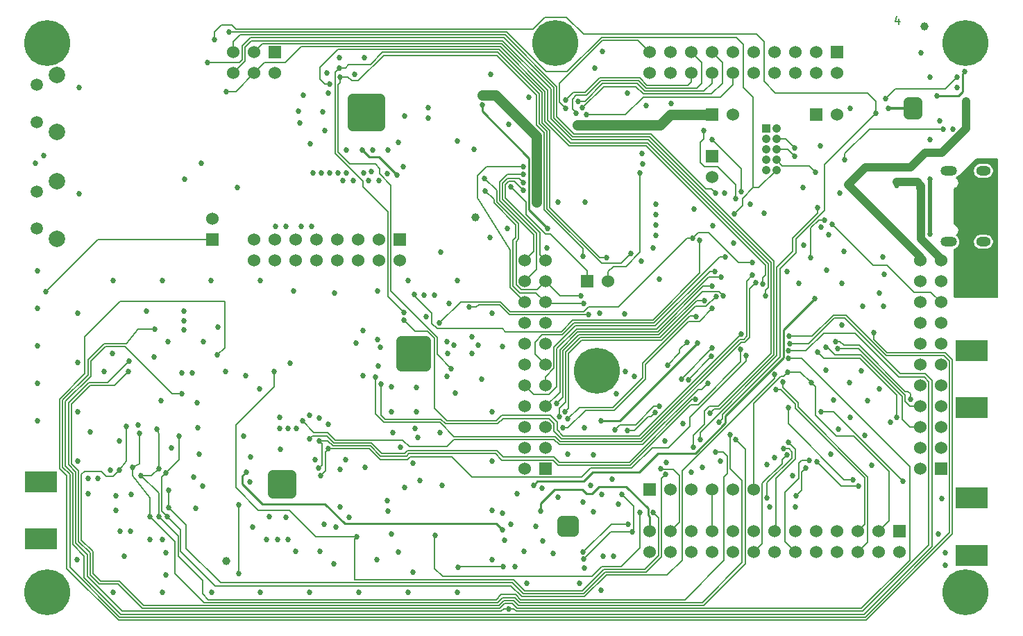
<source format=gbr>
G04 #@! TF.GenerationSoftware,KiCad,Pcbnew,8.0.4*
G04 #@! TF.CreationDate,2024-10-24T18:26:57+11:00*
G04 #@! TF.ProjectId,hackrf-one,6861636b-7266-42d6-9f6e-652e6b696361,rev?*
G04 #@! TF.SameCoordinates,Original*
G04 #@! TF.FileFunction,Copper,L4,Bot*
G04 #@! TF.FilePolarity,Positive*
%FSLAX45Y45*%
G04 Gerber Fmt 4.5, Leading zero omitted, Abs format (unit mm)*
G04 Created by KiCad (PCBNEW 8.0.4) date 2024-10-24 18:26:57*
%MOMM*%
%LPD*%
G01*
G04 APERTURE LIST*
%ADD10C,0.177800*%
G04 #@! TA.AperFunction,NonConductor*
%ADD11C,0.177800*%
G04 #@! TD*
G04 #@! TA.AperFunction,ComponentPad*
%ADD12C,1.524000*%
G04 #@! TD*
G04 #@! TA.AperFunction,ComponentPad*
%ADD13R,1.524000X1.524000*%
G04 #@! TD*
G04 #@! TA.AperFunction,FiducialPad,Global*
%ADD14C,1.000000*%
G04 #@! TD*
G04 #@! TA.AperFunction,ComponentPad*
%ADD15C,0.600000*%
G04 #@! TD*
G04 #@! TA.AperFunction,ComponentPad*
%ADD16C,5.600000*%
G04 #@! TD*
G04 #@! TA.AperFunction,SMDPad,CuDef*
%ADD17R,3.990000X2.665000*%
G04 #@! TD*
G04 #@! TA.AperFunction,ComponentPad*
%ADD18C,1.066800*%
G04 #@! TD*
G04 #@! TA.AperFunction,ComponentPad*
%ADD19R,1.066800X1.066800*%
G04 #@! TD*
G04 #@! TA.AperFunction,ComponentPad*
%ADD20C,2.000000*%
G04 #@! TD*
G04 #@! TA.AperFunction,ComponentPad*
%ADD21C,1.500000*%
G04 #@! TD*
G04 #@! TA.AperFunction,ComponentPad*
%ADD22C,0.635000*%
G04 #@! TD*
G04 #@! TA.AperFunction,ComponentPad*
%ADD23C,0.585000*%
G04 #@! TD*
G04 #@! TA.AperFunction,ComponentPad*
%ADD24O,2.000000X1.200000*%
G04 #@! TD*
G04 #@! TA.AperFunction,ComponentPad*
%ADD25O,1.800000X1.200000*%
G04 #@! TD*
G04 #@! TA.AperFunction,ViaPad*
%ADD26C,0.685800*%
G04 #@! TD*
G04 #@! TA.AperFunction,Conductor*
%ADD27C,0.203200*%
G04 #@! TD*
G04 #@! TA.AperFunction,Conductor*
%ADD28C,1.270000*%
G04 #@! TD*
G04 #@! TA.AperFunction,Conductor*
%ADD29C,0.254000*%
G04 #@! TD*
G04 #@! TA.AperFunction,Conductor*
%ADD30C,1.016000*%
G04 #@! TD*
G04 #@! TA.AperFunction,Conductor*
%ADD31C,0.279400*%
G04 #@! TD*
G04 #@! TA.AperFunction,Conductor*
%ADD32C,0.508000*%
G04 #@! TD*
G04 #@! TA.AperFunction,Conductor*
%ADD33C,0.304800*%
G04 #@! TD*
G04 APERTURE END LIST*
D10*
D11*
X15671612Y-8333904D02*
X15671612Y-8401637D01*
X15647422Y-8295199D02*
X15623231Y-8367771D01*
X15623231Y-8367771D02*
X15686127Y-8367771D01*
D12*
G04 #@! TO.P,P20,22,P22*
G04 #@! TO.N,/mcu/usb/power/VIN*
X15931260Y-11280560D03*
G04 #@! TO.P,P20,21,P21*
G04 #@! TO.N,/mcu/usb/power/VBUS*
X16185260Y-11280560D03*
G04 #@! TO.P,P20,20,P20*
G04 #@! TO.N,/mcu/usb/power/ADC0_0*
X15931260Y-11534560D03*
G04 #@! TO.P,P20,19,P19*
G04 #@! TO.N,GND*
X16185260Y-11534560D03*
G04 #@! TO.P,P20,18,P18*
G04 #@! TO.N,/mcu/usb/power/ADC0_5*
X15931260Y-11788560D03*
G04 #@! TO.P,P20,17,P17*
G04 #@! TO.N,/mcu/usb/power/VBUSCTRL*
X16185260Y-11788560D03*
G04 #@! TO.P,P20,16,P16*
G04 #@! TO.N,/mcu/usb/power/ADC0_2*
X15931260Y-12042560D03*
G04 #@! TO.P,P20,15,P15*
G04 #@! TO.N,GND*
X16185260Y-12042560D03*
G04 #@! TO.P,P20,14,P14*
G04 #@! TO.N,/mcu/usb/power/ADC0_6*
X15931260Y-12296560D03*
G04 #@! TO.P,P20,13,P13*
G04 #@! TO.N,GND*
X16185260Y-12296560D03*
G04 #@! TO.P,P20,12,P12*
G04 #@! TO.N,/mcu/usb/power/GPIO3_15*
X15931260Y-12550560D03*
G04 #@! TO.P,P20,11,P11*
G04 #@! TO.N,/mcu/usb/power/GPIO3_14*
X16185260Y-12550560D03*
G04 #@! TO.P,P20,10,P10*
G04 #@! TO.N,/mcu/usb/power/GPIO3_13*
X15931260Y-12804560D03*
G04 #@! TO.P,P20,9,P9*
G04 #@! TO.N,/mcu/usb/power/GPIO3_12*
X16185260Y-12804560D03*
G04 #@! TO.P,P20,8,P8*
G04 #@! TO.N,/mcu/usb/power/GPIO3_11*
X15931260Y-13058560D03*
G04 #@! TO.P,P20,7,P7*
G04 #@! TO.N,/mcu/usb/power/GPIO3_10*
X16185260Y-13058560D03*
G04 #@! TO.P,P20,6,P6*
G04 #@! TO.N,/mcu/usb/power/GPIO3_9*
X15931260Y-13312560D03*
G04 #@! TO.P,P20,5,P5*
G04 #@! TO.N,/mcu/usb/power/GPIO3_8*
X16185260Y-13312560D03*
G04 #@! TO.P,P20,4,P4*
G04 #@! TO.N,/mcu/usb/power/WAKEUP*
X15931260Y-13566560D03*
G04 #@! TO.P,P20,3,P3*
G04 #@! TO.N,VCC*
X16185260Y-13566560D03*
G04 #@! TO.P,P20,2,P2*
G04 #@! TO.N,/mcu/usb/power/RTC_ALARM*
X15931260Y-13820560D03*
D13*
G04 #@! TO.P,P20,1,P1*
G04 #@! TO.N,/mcu/usb/power/VBAT*
X16185260Y-13820560D03*
G04 #@! TD*
D12*
G04 #@! TO.P,P28,22,P22*
G04 #@! TO.N,/mcu/usb/power/BANK2F3M4*
X11105260Y-11280560D03*
G04 #@! TO.P,P28,21,P21*
G04 #@! TO.N,/mcu/usb/power/BANK2F3M12*
X11359260Y-11280560D03*
G04 #@! TO.P,P28,20,P20*
G04 #@! TO.N,/mcu/usb/power/BANK2F3M6*
X11105260Y-11534560D03*
G04 #@! TO.P,P28,19,P19*
G04 #@! TO.N,/mcu/usb/power/CPLD_TDI*
X11359260Y-11534560D03*
G04 #@! TO.P,P28,18,P18*
G04 #@! TO.N,/mcu/usb/power/BANK2F3M2*
X11105260Y-11788560D03*
G04 #@! TO.P,P28,17,P17*
G04 #@! TO.N,/mcu/usb/power/CPLD_TCK*
X11359260Y-11788560D03*
G04 #@! TO.P,P28,16,P16*
G04 #@! TO.N,/mcu/usb/power/B1AUX13*
X11105260Y-12042560D03*
G04 #@! TO.P,P28,15,P15*
G04 #@! TO.N,/mcu/usb/power/B1AUX14*
X11359260Y-12042560D03*
G04 #@! TO.P,P28,14,P14*
G04 #@! TO.N,GCK1*
X11105260Y-12296560D03*
G04 #@! TO.P,P28,13,P13*
G04 #@! TO.N,GCK2*
X11359260Y-12296560D03*
G04 #@! TO.P,P28,12,P12*
G04 #@! TO.N,GND*
X11105260Y-12550560D03*
G04 #@! TO.P,P28,11,P11*
G04 #@! TO.N,/mcu/usb/power/SD_CLK*
X11359260Y-12550560D03*
G04 #@! TO.P,P28,10,P10*
G04 #@! TO.N,/mcu/usb/power/SD_POW*
X11105260Y-12804560D03*
G04 #@! TO.P,P28,9,P9*
G04 #@! TO.N,/mcu/usb/power/SD_CMD*
X11359260Y-12804560D03*
G04 #@! TO.P,P28,8,P8*
G04 #@! TO.N,/mcu/usb/power/SD_VOLT0*
X11105260Y-13058560D03*
G04 #@! TO.P,P28,7,P7*
G04 #@! TO.N,/mcu/usb/power/SD_DAT0*
X11359260Y-13058560D03*
G04 #@! TO.P,P28,6,P6*
G04 #@! TO.N,/mcu/usb/power/SD_DAT1*
X11105260Y-13312560D03*
G04 #@! TO.P,P28,5,P5*
G04 #@! TO.N,/mcu/usb/power/SD_DAT2*
X11359260Y-13312560D03*
G04 #@! TO.P,P28,4,P4*
G04 #@! TO.N,/mcu/usb/power/SD_DAT3*
X11105260Y-13566560D03*
G04 #@! TO.P,P28,3,P3*
G04 #@! TO.N,/mcu/usb/power/SD_CD*
X11359260Y-13566560D03*
G04 #@! TO.P,P28,2,P2*
G04 #@! TO.N,GND*
X11105260Y-13820560D03*
D13*
G04 #@! TO.P,P28,1,P1*
G04 #@! TO.N,VCC*
X11359260Y-13820560D03*
G04 #@! TD*
D12*
G04 #@! TO.P,P9,16*
G04 #@! TO.N,GND*
X7803260Y-11280560D03*
G04 #@! TO.P,P9,15*
X7803260Y-11026560D03*
G04 #@! TO.P,P9,14*
X8057260Y-11280560D03*
G04 #@! TO.P,P9,13*
G04 #@! TO.N,/baseband/TXBBQ-*
X8057260Y-11026560D03*
G04 #@! TO.P,P9,12*
G04 #@! TO.N,/baseband/TXBBI+*
X8311260Y-11280560D03*
G04 #@! TO.P,P9,11*
G04 #@! TO.N,/baseband/TXBBQ+*
X8311260Y-11026560D03*
G04 #@! TO.P,P9,10*
G04 #@! TO.N,/baseband/TXBBI-*
X8565260Y-11280560D03*
G04 #@! TO.P,P9,9*
G04 #@! TO.N,GND*
X8565260Y-11026560D03*
G04 #@! TO.P,P9,8*
X8819260Y-11280560D03*
G04 #@! TO.P,P9,7*
G04 #@! TO.N,/baseband/RXBBI+*
X8819260Y-11026560D03*
G04 #@! TO.P,P9,6*
G04 #@! TO.N,/baseband/RXBBQ+*
X9073260Y-11280560D03*
G04 #@! TO.P,P9,5*
G04 #@! TO.N,/baseband/RXBBI-*
X9073260Y-11026560D03*
G04 #@! TO.P,P9,4*
G04 #@! TO.N,/baseband/RXBBQ-*
X9327260Y-11280560D03*
G04 #@! TO.P,P9,3*
G04 #@! TO.N,GND*
X9327260Y-11026560D03*
G04 #@! TO.P,P9,2*
X9581260Y-11280560D03*
D13*
G04 #@! TO.P,P9,1*
X9581260Y-11026560D03*
G04 #@! TD*
D12*
G04 #@! TO.P,P5,6,6*
G04 #@! TO.N,/mcu/usb/power/LED3*
X7549260Y-8994560D03*
G04 #@! TO.P,P5,5,5*
G04 #@! TO.N,!VAA_ENABLE*
X7549260Y-8740560D03*
G04 #@! TO.P,P5,4,4*
G04 #@! TO.N,/mcu/usb/power/LED2*
X7803260Y-8994560D03*
G04 #@! TO.P,P5,3,3*
G04 #@! TO.N,/mcu/usb/power/LED1*
X7803260Y-8740560D03*
G04 #@! TO.P,P5,2,2*
G04 #@! TO.N,VCC*
X8057260Y-8994560D03*
D13*
G04 #@! TO.P,P5,1,1*
G04 #@! TO.N,GND*
X8057260Y-8740560D03*
G04 #@! TD*
D14*
G04 #@! TO.P,MARK1MM,*
G04 #@! TO.N,*
X15982260Y-8425560D03*
G04 #@! TD*
D15*
G04 #@! TO.P,J4,1,1*
G04 #@! TO.N,GND*
X5437260Y-8780560D03*
X5127260Y-8780560D03*
X5127260Y-8470560D03*
X5437260Y-8470560D03*
X5502260Y-8625560D03*
X5282260Y-8845560D03*
X5062260Y-8625560D03*
X5282260Y-8405560D03*
D16*
X5282260Y-8625560D03*
G04 #@! TD*
D15*
G04 #@! TO.P,J5,1,1*
G04 #@! TO.N,GND*
X5437260Y-15480560D03*
X5127260Y-15480560D03*
X5127260Y-15170560D03*
X5437260Y-15170560D03*
X5502260Y-15325560D03*
X5282260Y-15545560D03*
X5062260Y-15325560D03*
X5282260Y-15105560D03*
D16*
X5282260Y-15325560D03*
G04 #@! TD*
D15*
G04 #@! TO.P,J6,1,1*
G04 #@! TO.N,GND*
X16637260Y-15480560D03*
X16327260Y-15480560D03*
X16327260Y-15170560D03*
X16637260Y-15170560D03*
X16702260Y-15325560D03*
X16482260Y-15545560D03*
X16262260Y-15325560D03*
X16482260Y-15105560D03*
D16*
X16482260Y-15325560D03*
G04 #@! TD*
D15*
G04 #@! TO.P,J7,1,1*
G04 #@! TO.N,GND*
X16637260Y-8780560D03*
X16327260Y-8780560D03*
X16327260Y-8470560D03*
X16637260Y-8470560D03*
X16702260Y-8625560D03*
X16482260Y-8845560D03*
X16262260Y-8625560D03*
X16482260Y-8405560D03*
D16*
X16482260Y-8625560D03*
G04 #@! TD*
D15*
G04 #@! TO.P,J8,1,1*
G04 #@! TO.N,GND*
X11637260Y-8780560D03*
X11327260Y-8780560D03*
X11327260Y-8470560D03*
X11637260Y-8470560D03*
X11702260Y-8625560D03*
X11482260Y-8845560D03*
X11262260Y-8625560D03*
X11482260Y-8405560D03*
D16*
X11482260Y-8625560D03*
G04 #@! TD*
D15*
G04 #@! TO.P,J9,1,1*
G04 #@! TO.N,GND*
X12137260Y-12780560D03*
X11827260Y-12780560D03*
X11827260Y-12470560D03*
X12137260Y-12470560D03*
X12202260Y-12625560D03*
X11982260Y-12845560D03*
X11762260Y-12625560D03*
X11982260Y-12405560D03*
D16*
X11982260Y-12625560D03*
G04 #@! TD*
D12*
G04 #@! TO.P,P1,2,PM*
G04 #@! TO.N,+1.8V*
X13645260Y-9502560D03*
D13*
G04 #@! TO.P,P1,1,P1*
X13391260Y-9502560D03*
G04 #@! TD*
D15*
G04 #@! TO.P,P2,2,GND*
G04 #@! TO.N,GND*
X16630260Y-13175560D03*
X16630260Y-13075560D03*
X16630260Y-12975560D03*
X16630260Y-12475560D03*
X16630260Y-12375560D03*
X16630260Y-12275560D03*
D17*
X16560760Y-13074810D03*
X16560760Y-12376310D03*
D15*
X16530260Y-13175560D03*
X16530260Y-13075560D03*
X16530260Y-12975560D03*
X16530260Y-12475560D03*
X16530260Y-12375560D03*
X16530260Y-12275560D03*
X16430260Y-13175560D03*
X16430260Y-13075560D03*
X16430260Y-12975560D03*
X16430260Y-12475560D03*
X16430260Y-12375560D03*
X16430260Y-12275560D03*
G04 #@! TD*
D12*
G04 #@! TO.P,P3,2,PM*
G04 #@! TO.N,GND*
X13391260Y-10264560D03*
D13*
G04 #@! TO.P,P3,1,P1*
X13391260Y-10010560D03*
G04 #@! TD*
D15*
G04 #@! TO.P,P4,2,GND*
G04 #@! TO.N,GND*
X5134260Y-13875560D03*
X5134260Y-13975560D03*
X5134260Y-14075560D03*
X5134260Y-14575560D03*
X5134260Y-14675560D03*
X5134260Y-14775560D03*
D17*
X5203760Y-13976310D03*
X5203760Y-14674810D03*
D15*
X5234260Y-13875560D03*
X5234260Y-13975560D03*
X5234260Y-14075560D03*
X5234260Y-14575560D03*
X5234260Y-14675560D03*
X5234260Y-14775560D03*
X5334260Y-13875560D03*
X5334260Y-13975560D03*
X5334260Y-14075560D03*
X5334260Y-14575560D03*
X5334260Y-14675560D03*
X5334260Y-14775560D03*
G04 #@! TD*
D12*
G04 #@! TO.P,P8,2,PM*
G04 #@! TO.N,VCC*
X14915260Y-9502560D03*
D13*
G04 #@! TO.P,P8,1,P1*
X14661260Y-9502560D03*
G04 #@! TD*
D15*
G04 #@! TO.P,P16,2,GND*
G04 #@! TO.N,GND*
X16630260Y-14975560D03*
X16630260Y-14875560D03*
X16630260Y-14775560D03*
X16630260Y-14275560D03*
X16630260Y-14175560D03*
X16630260Y-14075560D03*
D17*
X16560760Y-14874810D03*
X16560760Y-14176310D03*
D15*
X16530260Y-14975560D03*
X16530260Y-14875560D03*
X16530260Y-14775560D03*
X16530260Y-14275560D03*
X16530260Y-14175560D03*
X16530260Y-14075560D03*
X16430260Y-14975560D03*
X16430260Y-14875560D03*
X16430260Y-14775560D03*
X16430260Y-14275560D03*
X16430260Y-14175560D03*
X16430260Y-14075560D03*
G04 #@! TD*
D12*
G04 #@! TO.P,P22,26,P22*
G04 #@! TO.N,SCL*
X12629260Y-14836560D03*
G04 #@! TO.P,P22,25,P24*
G04 #@! TO.N,CLK6*
X12629260Y-14582560D03*
G04 #@! TO.P,P22,24,P20*
G04 #@! TO.N,SDA*
X12883260Y-14836560D03*
G04 #@! TO.P,P22,23,P23*
G04 #@! TO.N,/mcu/usb/power/P2_8*
X12883260Y-14582560D03*
G04 #@! TO.P,P22,22,P22*
G04 #@! TO.N,/mcu/usb/power/P2_13*
X13137260Y-14836560D03*
G04 #@! TO.P,P22,21,P21*
G04 #@! TO.N,/mcu/usb/power/P2_9*
X13137260Y-14582560D03*
G04 #@! TO.P,P22,20,P20*
G04 #@! TO.N,/mcu/usb/power/U0_TXD*
X13391260Y-14836560D03*
G04 #@! TO.P,P22,19,P19*
G04 #@! TO.N,/mcu/usb/power/U0_RXD*
X13391260Y-14582560D03*
G04 #@! TO.P,P22,18,P18*
G04 #@! TO.N,GND*
X13645260Y-14836560D03*
G04 #@! TO.P,P22,17,P17*
G04 #@! TO.N,/mcu/usb/power/I2S0_TX_MCLK*
X13645260Y-14582560D03*
G04 #@! TO.P,P22,16,P16*
G04 #@! TO.N,/mcu/usb/power/I2S0_TX_SCK*
X13899260Y-14836560D03*
G04 #@! TO.P,P22,15,P15*
G04 #@! TO.N,/mcu/usb/power/I2S0_RX_WS*
X13899260Y-14582560D03*
G04 #@! TO.P,P22,14,P14*
G04 #@! TO.N,/mcu/usb/power/I2S0_RX_MCLK*
X14153260Y-14836560D03*
G04 #@! TO.P,P22,13,P13*
G04 #@! TO.N,/mcu/usb/power/I2S0_RX_SDA*
X14153260Y-14582560D03*
G04 #@! TO.P,P22,12,P12*
G04 #@! TO.N,/mcu/usb/power/I2S0_RX_SCK*
X14407260Y-14836560D03*
G04 #@! TO.P,P22,11,P11*
G04 #@! TO.N,VCC*
X14407260Y-14582560D03*
G04 #@! TO.P,P22,10,P10*
G04 #@! TO.N,GND*
X14661260Y-14836560D03*
G04 #@! TO.P,P22,9,P9*
G04 #@! TO.N,/mcu/usb/power/SPIFI_MOSI*
X14661260Y-14582560D03*
G04 #@! TO.P,P22,8,P8*
G04 #@! TO.N,/mcu/usb/power/SPIFI_SCK*
X14915260Y-14836560D03*
G04 #@! TO.P,P22,7,P7*
G04 #@! TO.N,/mcu/usb/power/SPIFI_MISO*
X14915260Y-14582560D03*
G04 #@! TO.P,P22,6,P6*
G04 #@! TO.N,/mcu/usb/power/I2C1_SDA*
X15169260Y-14836560D03*
G04 #@! TO.P,P22,5,P5*
G04 #@! TO.N,/mcu/usb/power/I2C1_SCL*
X15169260Y-14582560D03*
G04 #@! TO.P,P22,4,P4*
G04 #@! TO.N,GND*
X15423260Y-14836560D03*
G04 #@! TO.P,P22,3,P3*
G04 #@! TO.N,/mcu/usb/power/RESET*
X15423260Y-14582560D03*
G04 #@! TO.P,P22,2,P2*
G04 #@! TO.N,CLKIN*
X15677260Y-14836560D03*
D13*
G04 #@! TO.P,P22,1,P1*
G04 #@! TO.N,CLKOUT*
X15677260Y-14582560D03*
G04 #@! TD*
D12*
G04 #@! TO.P,P25,6,6*
G04 #@! TO.N,/mcu/usb/power/RESET*
X13899260Y-14074560D03*
G04 #@! TO.P,P25,5,5*
G04 #@! TO.N,/mcu/usb/power/U0_TXD*
X13645260Y-14074560D03*
G04 #@! TO.P,P25,4,4*
G04 #@! TO.N,/mcu/usb/power/U0_RXD*
X13391260Y-14074560D03*
G04 #@! TO.P,P25,3,3*
G04 #@! TO.N,unconnected-(P25-Pad3)*
X13137260Y-14074560D03*
G04 #@! TO.P,P25,2,2*
G04 #@! TO.N,/mcu/usb/power/ISP*
X12883260Y-14074560D03*
D13*
G04 #@! TO.P,P25,1,1*
G04 #@! TO.N,GND*
X12629260Y-14074560D03*
G04 #@! TD*
D18*
G04 #@! TO.P,P26,10*
G04 #@! TO.N,/mcu/usb/power/RESET*
X14175520Y-10180220D03*
G04 #@! TO.P,P26,9*
G04 #@! TO.N,GND*
X14048520Y-10180220D03*
G04 #@! TO.P,P26,8*
G04 #@! TO.N,/mcu/usb/power/TDI*
X14175520Y-10053220D03*
G04 #@! TO.P,P26,7*
G04 #@! TO.N,unconnected-(P26-Pad7)*
X14048520Y-10053220D03*
G04 #@! TO.P,P26,6*
G04 #@! TO.N,/mcu/usb/power/TDO*
X14175520Y-9926220D03*
G04 #@! TO.P,P26,5*
G04 #@! TO.N,GND*
X14048520Y-9926220D03*
G04 #@! TO.P,P26,4*
G04 #@! TO.N,/mcu/usb/power/TCK*
X14175520Y-9799220D03*
G04 #@! TO.P,P26,3*
G04 #@! TO.N,GND*
X14048520Y-9799220D03*
G04 #@! TO.P,P26,2*
G04 #@! TO.N,/mcu/usb/power/TMS*
X14175520Y-9672220D03*
D19*
G04 #@! TO.P,P26,1*
G04 #@! TO.N,VCC*
X14048520Y-9672220D03*
G04 #@! TD*
D12*
G04 #@! TO.P,P29,2,PM*
G04 #@! TO.N,/mcu/usb/power/CPLD_TDO*
X12121260Y-11534560D03*
D13*
G04 #@! TO.P,P29,1,P1*
G04 #@! TO.N,/mcu/usb/power/CPLD_TMS*
X11867260Y-11534560D03*
G04 #@! TD*
D12*
G04 #@! TO.P,P30,20,P20*
G04 #@! TO.N,GND*
X12629260Y-8994560D03*
G04 #@! TO.P,P30,19,P19*
G04 #@! TO.N,/mcu/usb/power/GCK0*
X12629260Y-8740560D03*
G04 #@! TO.P,P30,18,P18*
G04 #@! TO.N,/mcu/usb/power/B2AUX1*
X12883260Y-8994560D03*
G04 #@! TO.P,P30,17,P17*
G04 #@! TO.N,/mcu/usb/power/B2AUX2*
X12883260Y-8740560D03*
G04 #@! TO.P,P30,16,P16*
G04 #@! TO.N,/mcu/usb/power/B2AUX3*
X13137260Y-8994560D03*
G04 #@! TO.P,P30,15,P15*
G04 #@! TO.N,/mcu/usb/power/B2AUX4*
X13137260Y-8740560D03*
G04 #@! TO.P,P30,14,P14*
G04 #@! TO.N,/mcu/usb/power/B2AUX5*
X13391260Y-8994560D03*
G04 #@! TO.P,P30,13,P13*
G04 #@! TO.N,/mcu/usb/power/B2AUX6*
X13391260Y-8740560D03*
G04 #@! TO.P,P30,12,P12*
G04 #@! TO.N,/mcu/usb/power/B2AUX7*
X13645260Y-8994560D03*
G04 #@! TO.P,P30,11,P11*
G04 #@! TO.N,/mcu/usb/power/B2AUX8*
X13645260Y-8740560D03*
G04 #@! TO.P,P30,10,P10*
G04 #@! TO.N,/mcu/usb/power/B2AUX9*
X13899260Y-8994560D03*
G04 #@! TO.P,P30,9,P9*
G04 #@! TO.N,/mcu/usb/power/B2AUX10*
X13899260Y-8740560D03*
G04 #@! TO.P,P30,8,P8*
G04 #@! TO.N,/mcu/usb/power/B2AUX11*
X14153260Y-8994560D03*
G04 #@! TO.P,P30,7,P7*
G04 #@! TO.N,/mcu/usb/power/B2AUX12*
X14153260Y-8740560D03*
G04 #@! TO.P,P30,6,P6*
G04 #@! TO.N,/mcu/usb/power/B2AUX13*
X14407260Y-8994560D03*
G04 #@! TO.P,P30,5,P5*
G04 #@! TO.N,/mcu/usb/power/B2AUX14*
X14407260Y-8740560D03*
G04 #@! TO.P,P30,4,P4*
G04 #@! TO.N,/mcu/usb/power/B2AUX15*
X14661260Y-8994560D03*
G04 #@! TO.P,P30,3,P3*
G04 #@! TO.N,/mcu/usb/power/B2AUX16*
X14661260Y-8740560D03*
G04 #@! TO.P,P30,2,P2*
G04 #@! TO.N,GND*
X14915260Y-8994560D03*
D13*
G04 #@! TO.P,P30,1,P1*
G04 #@! TO.N,VCC*
X14915260Y-8740560D03*
G04 #@! TD*
D12*
G04 #@! TO.P,P36,2,PM*
G04 #@! TO.N,VAA*
X7295260Y-10772560D03*
D13*
G04 #@! TO.P,P36,1,P1*
X7295260Y-11026560D03*
G04 #@! TD*
D12*
G04 #@! TO.P,P80,2,PM*
G04 #@! TO.N,GND*
X16693260Y-11534560D03*
D13*
G04 #@! TO.P,P80,1,P1*
X16693260Y-11280560D03*
G04 #@! TD*
D20*
G04 #@! TO.P,SW1,0,SHIELD*
G04 #@! TO.N,GND*
X5401260Y-10315060D03*
X5401260Y-11016060D03*
D21*
G04 #@! TO.P,SW1,2,2*
G04 #@! TO.N,Net-(R30-Pad2)*
X5152260Y-10890560D03*
G04 #@! TO.P,SW1,1,1*
G04 #@! TO.N,VCC*
X5152260Y-10440560D03*
G04 #@! TD*
D20*
G04 #@! TO.P,SW2,0,SHIELD*
G04 #@! TO.N,GND*
X5401260Y-9015060D03*
X5401260Y-9716060D03*
D21*
G04 #@! TO.P,SW2,2,2*
G04 #@! TO.N,Net-(R19-Pad2)*
X5152260Y-9590560D03*
G04 #@! TO.P,SW2,1,1*
G04 #@! TO.N,GND*
X5152260Y-9140560D03*
G04 #@! TD*
D15*
G04 #@! TO.P,U4,0,EP*
G04 #@! TO.N,GND*
X8034300Y-13891920D03*
X8034300Y-14001920D03*
X8034300Y-14111920D03*
X8144300Y-14111920D03*
X8254300Y-14111920D03*
X8254300Y-14001920D03*
X8254300Y-13891920D03*
X8144300Y-13891920D03*
X8144300Y-14001920D03*
G04 #@! TD*
D22*
G04 #@! TO.P,U17,0,EP*
G04 #@! TO.N,GND*
X9897110Y-12565270D03*
X9897110Y-12415270D03*
X9897110Y-12265270D03*
X9747110Y-12265270D03*
X9597110Y-12265270D03*
X9597110Y-12415270D03*
X9597110Y-12565270D03*
X9747110Y-12565270D03*
X9747110Y-12415270D03*
G04 #@! TD*
G04 #@! TO.P,U18,0,EP*
G04 #@! TO.N,GND*
X9336800Y-9636740D03*
X9336800Y-9471740D03*
X9336800Y-9306740D03*
X9171800Y-9306740D03*
X9006800Y-9306740D03*
X9006800Y-9471740D03*
X9006800Y-9636740D03*
X9171800Y-9636740D03*
X9171800Y-9471740D03*
G04 #@! TD*
D15*
G04 #@! TO.P,U19,0,GND*
G04 #@! TO.N,GND*
X11695180Y-14584160D03*
X11695180Y-14452160D03*
X11563180Y-14452160D03*
X11563180Y-14584160D03*
X11629180Y-14518160D03*
G04 #@! TD*
D23*
G04 #@! TO.P,U21,0,PP*
G04 #@! TO.N,GND*
X15785260Y-9345680D03*
X15885260Y-9345680D03*
X15885260Y-9495680D03*
X15785260Y-9495680D03*
X15835260Y-9420680D03*
G04 #@! TD*
D14*
G04 #@! TO.P,MARK1MM,*
G04 #@! TO.N,*
X7462620Y-14948960D03*
G04 #@! TD*
G04 #@! TO.P,MARK1MM,*
G04 #@! TO.N,*
X10505540Y-10752880D03*
G04 #@! TD*
D24*
G04 #@! TO.P,J11,0*
G04 #@! TO.N,N/C*
X16281810Y-11053060D03*
D25*
X16701810Y-11053060D03*
D24*
X16281810Y-10188060D03*
D25*
X16701810Y-10188060D03*
G04 #@! TD*
D26*
G04 #@! TO.N,!MIX_BYPASS*
X14323440Y-12382920D03*
X10911700Y-15528040D03*
X10294720Y-15022620D03*
X6276680Y-12508280D03*
X10841100Y-15016900D03*
G04 #@! TO.N,!RX_AMP_PWR*
X13678280Y-13464960D03*
X6248500Y-13300500D03*
X6159600Y-13833900D03*
G04 #@! TO.N,!TX_AMP_PWR*
X12823570Y-13889140D03*
X6764120Y-14296180D03*
X6764120Y-14082820D03*
G04 #@! TO.N,!VAA_ENABLE*
X13431900Y-10460140D03*
G04 #@! TO.N,+1.8V*
X11252580Y-10566820D03*
X10591660Y-9261860D03*
X11752960Y-9629560D03*
X11252060Y-9759700D03*
G04 #@! TO.N,/frontend/!ANT_BIAS*
X7617560Y-15096280D03*
X7617560Y-14260620D03*
G04 #@! TO.N,/frontend/REF_IN*
X7708760Y-13861800D03*
X10833480Y-14567320D03*
G04 #@! TO.N,/mcu/usb/power/B2AUX3*
X11608180Y-9324760D03*
G04 #@! TO.N,/mcu/usb/power/B2AUX4*
X11735180Y-9484780D03*
G04 #@! TO.N,/mcu/usb/power/B2AUX5*
X11758040Y-9337460D03*
G04 #@! TO.N,/mcu/usb/power/B2AUX6*
X11808840Y-9418740D03*
G04 #@! TO.N,/mcu/usb/power/B2AUX7*
X11857100Y-9502560D03*
G04 #@! TO.N,/mcu/usb/power/BANK2F3M12*
X11084940Y-10424580D03*
G04 #@! TO.N,/mcu/usb/power/BANK2F3M2*
X11084940Y-10132480D03*
G04 #@! TO.N,/mcu/usb/power/BANK2F3M4*
X11090020Y-10231540D03*
G04 #@! TO.N,/mcu/usb/power/BANK2F3M6*
X11087480Y-10328060D03*
G04 #@! TO.N,/mcu/usb/power/CPLD_TCK*
X10625200Y-10429660D03*
X11829160Y-11803800D03*
G04 #@! TO.N,/mcu/usb/power/CPLD_TDI*
X10615040Y-10277260D03*
X11793600Y-11714900D03*
G04 #@! TO.N,/mcu/usb/power/CPLD_TDO*
X12512420Y-10216300D03*
G04 #@! TO.N,/mcu/usb/power/CPLD_TMS*
X13085940Y-12276840D03*
X12849720Y-12553700D03*
X10937620Y-10383940D03*
G04 #@! TO.N,/mcu/usb/power/EN1V8*
X15390760Y-9484180D03*
X7323200Y-8583080D03*
X13472540Y-13254140D03*
G04 #@! TO.N,/mcu/usb/power/GCK0*
X11603100Y-9423820D03*
G04 #@! TO.N,/mcu/usb/power/GPIO3_10*
X14895446Y-12268724D03*
X15811360Y-12972800D03*
G04 #@! TO.N,/mcu/usb/power/GPIO3_11*
X14922387Y-12356730D03*
G04 #@! TO.N,/mcu/usb/power/GPIO3_8*
X14679040Y-12395620D03*
X15643720Y-13188700D03*
G04 #@! TO.N,/mcu/usb/power/GPIO3_9*
X14784091Y-12336974D03*
G04 #@! TO.N,/mcu/usb/power/GP_CLKIN*
X11211940Y-14021220D03*
X14640940Y-11745380D03*
G04 #@! TO.N,/mcu/usb/power/I2C1_SCL*
X14168500Y-12850280D03*
X13101700Y-12733440D03*
X13383640Y-12451500D03*
G04 #@! TO.N,/mcu/usb/power/I2C1_SDA*
X13015340Y-12725820D03*
X14252320Y-12761380D03*
X13391260Y-12349900D03*
G04 #@! TO.N,/mcu/usb/power/I2S0_RX_SCK*
X14574900Y-13721500D03*
G04 #@! TO.N,/mcu/usb/power/I2S0_RX_SDA*
X14318914Y-13499019D03*
G04 #@! TO.N,/mcu/usb/power/I2S0_RX_WS*
X14259940Y-13576720D03*
X14064360Y-14178700D03*
G04 #@! TO.N,/mcu/usb/power/I2S0_TX_SCK*
X14303120Y-13650380D03*
G04 #@! TO.N,/mcu/usb/power/LED1*
X14044040Y-11712360D03*
G04 #@! TO.N,/mcu/usb/power/LED2*
X7467980Y-9218080D03*
X14013560Y-11570120D03*
G04 #@! TO.N,/mcu/usb/power/LED3*
X13160120Y-13556400D03*
G04 #@! TO.N,/mcu/usb/power/P2_8*
X12763880Y-13819290D03*
X13365860Y-13139840D03*
X7236840Y-8867560D03*
G04 #@! TO.N,/mcu/usb/power/RESET*
X14315820Y-12639460D03*
X13661559Y-10707955D03*
X14600300Y-12769000D03*
X7495920Y-8494180D03*
G04 #@! TO.N,/mcu/usb/power/SD_CD*
X11633580Y-13210960D03*
X13195680Y-11961280D03*
G04 #@! TO.N,/mcu/usb/power/SD_CLK*
X13548740Y-11237380D03*
G04 #@! TO.N,/mcu/usb/power/SD_CMD*
X13424280Y-11412640D03*
G04 #@! TO.N,/mcu/usb/power/SD_DAT0*
X13393800Y-11595520D03*
G04 #@! TO.N,/mcu/usb/power/SD_DAT1*
X11598020Y-13122060D03*
X13442060Y-11717440D03*
G04 #@! TO.N,/mcu/usb/power/SD_DAT2*
X11529440Y-13188100D03*
X13300553Y-11773014D03*
G04 #@! TO.N,/mcu/usb/power/SD_DAT3*
X11567540Y-13322720D03*
X13391260Y-11867300D03*
G04 #@! TO.N,/mcu/usb/power/SD_POW*
X13503020Y-11478680D03*
G04 #@! TO.N,/mcu/usb/power/SD_VOLT0*
X11491340Y-13023000D03*
X13528420Y-11707280D03*
G04 #@! TO.N,/mcu/usb/power/SGPIO13*
X13391260Y-9802280D03*
X13746860Y-10444900D03*
G04 #@! TO.N,/mcu/usb/power/SGPIO9*
X13678280Y-10526180D03*
X13289660Y-9693060D03*
G04 #@! TO.N,/mcu/usb/power/SPIFI_MISO*
X14325460Y-13074400D03*
X15112860Y-13950700D03*
G04 #@! TO.N,/mcu/usb/power/SPIFI_SIO2*
X14673960Y-13731660D03*
X15181440Y-14026900D03*
G04 #@! TO.N,/mcu/usb/power/SPIFI_SIO3*
X14536800Y-13810400D03*
X14419440Y-14151360D03*
G04 #@! TO.N,/mcu/usb/power/TCK*
X14396500Y-9903360D03*
G04 #@! TO.N,/mcu/usb/power/TDI*
X14651100Y-10201060D03*
G04 #@! TO.N,/mcu/usb/power/TDO*
X14397100Y-10008020D03*
G04 #@! TO.N,/mcu/usb/power/VBAT*
X14721229Y-13121848D03*
X15717380Y-13968480D03*
G04 #@! TO.N,/mcu/usb/power/VBUS*
X15642260Y-10360560D03*
X15932260Y-10395560D03*
X15928492Y-10859365D03*
G04 #@! TO.N,/mcu/usb/power/VBUSCTRL*
X14852260Y-10835560D03*
G04 #@! TO.N,/mcu/usb/power/VIN*
X15052260Y-10355560D03*
X16490568Y-9337714D03*
G04 #@! TO.N,/mcu/usb/power/VREGMODE*
X13244875Y-13459506D03*
X14677770Y-10635560D03*
G04 #@! TO.N,AMP_BYPASS*
X13431900Y-13617360D03*
X6639660Y-14402860D03*
X6639660Y-13816120D03*
X6621880Y-13336060D03*
X6426300Y-13905020D03*
G04 #@! TO.N,CLK6*
X11303380Y-14333640D03*
G04 #@! TO.N,CS_AD*
X12103480Y-11247540D03*
X8728570Y-9125030D03*
G04 #@! TO.N,CS_XCVR*
X10429100Y-11850120D03*
X11887580Y-11938420D03*
G04 #@! TO.N,GCK1*
X9127350Y-9935290D03*
X9548240Y-10236620D03*
G04 #@! TO.N,GCK2*
X10591660Y-9383780D03*
X11387200Y-10886860D03*
G04 #@! TO.N,GND*
X5895440Y-13940580D03*
X5778600Y-13940580D03*
X16151960Y-14618760D03*
X11095780Y-14825500D03*
X9932530Y-9541590D03*
X8365350Y-9605090D03*
X6220560Y-14882920D03*
X12022200Y-11925720D03*
X15001413Y-11171337D03*
X8482260Y-15325560D03*
X7763300Y-13671720D03*
X7066380Y-13922800D03*
X14308138Y-11415599D03*
X5657260Y-13725560D03*
X9082260Y-15325560D03*
X14091780Y-14283440D03*
X10458310Y-12212070D03*
X5161660Y-12776620D03*
X9134970Y-12681970D03*
X7282260Y-11525560D03*
X8598960Y-13201820D03*
X8828900Y-10208340D03*
X8967260Y-14408320D03*
X9143860Y-10208340D03*
X15430670Y-12843460D03*
X8319560Y-13326280D03*
X6921840Y-12647980D03*
X9431400Y-10221380D03*
X8889860Y-10302320D03*
X6494880Y-11900960D03*
X8625700Y-10208340D03*
X10832260Y-12325560D03*
X8548160Y-13709820D03*
X6947240Y-12012980D03*
X9682260Y-11525560D03*
X16051160Y-9039680D03*
X10074770Y-13380470D03*
X7882260Y-15325560D03*
X10178910Y-11803130D03*
X10678540Y-10996080D03*
X15430670Y-11676027D03*
X12045060Y-14132980D03*
X9046070Y-12290810D03*
X5161660Y-12319420D03*
X10707260Y-13125560D03*
X11008740Y-14125360D03*
X9802990Y-13436350D03*
X9298560Y-14930780D03*
X6532980Y-14682260D03*
X11831700Y-13322720D03*
X9495650Y-13380470D03*
X12835000Y-13744360D03*
X10082260Y-11175560D03*
X8064360Y-10863660D03*
X11777840Y-15215620D03*
X12052160Y-8731000D03*
X16165460Y-9573080D03*
X10098900Y-14021592D03*
X7882260Y-11525560D03*
X7788700Y-14530240D03*
X9202280Y-10302320D03*
X13859125Y-10589416D03*
X8116360Y-13191660D03*
X7109320Y-13013440D03*
X15258160Y-13416700D03*
X9767430Y-13324590D03*
X5657260Y-11925560D03*
X16381360Y-9166680D03*
X8376780Y-10863660D03*
X16238320Y-14997220D03*
X8782260Y-11675560D03*
X11508600Y-10564880D03*
X10707260Y-14325560D03*
X6947240Y-12127280D03*
X14056690Y-13772019D03*
X11377040Y-11123080D03*
X10911700Y-9617460D03*
X13276960Y-13800240D03*
X5804000Y-13371620D03*
X10460850Y-12410190D03*
X9785210Y-13126470D03*
X7188540Y-12266980D03*
X6959980Y-10289960D03*
X10935080Y-14496200D03*
X15286986Y-12987144D03*
X6947240Y-11898680D03*
X7751940Y-13978640D03*
X8191360Y-10863660D03*
X10282260Y-11525560D03*
X12530047Y-11289876D03*
X15073260Y-9420680D03*
X10534510Y-12313670D03*
X12187300Y-14889900D03*
X13656171Y-11065370D03*
X8490330Y-9855620D03*
X9682260Y-15325560D03*
X8727300Y-10208340D03*
X8779300Y-14979820D03*
X11451380Y-14848360D03*
X12895960Y-9367940D03*
X7597520Y-10391560D03*
X9235300Y-10198180D03*
X10838040Y-14357100D03*
X9588360Y-13557037D03*
X12334277Y-12635118D03*
X11946000Y-13652920D03*
X7953800Y-14682640D03*
X14811032Y-10966587D03*
X6667360Y-12990380D03*
X14972677Y-11559284D03*
X15080440Y-13193690D03*
X7048840Y-12647980D03*
X16052260Y-10285560D03*
X9134970Y-12135870D03*
X11316080Y-14056780D03*
X14841600Y-13640220D03*
X8308440Y-14827040D03*
X15493531Y-11451520D03*
X16051160Y-9801680D03*
X6687920Y-14679720D03*
X8220500Y-14682640D03*
X14936756Y-13337374D03*
X9644480Y-14044720D03*
X9433660Y-14331740D03*
X8403450Y-9262190D03*
X15543160Y-9420680D03*
X11628500Y-13642760D03*
X10707260Y-11925560D03*
X15475571Y-11235994D03*
X5161660Y-11864760D03*
X12817220Y-13480200D03*
X6073480Y-12411760D03*
X9329280Y-10302320D03*
X12705460Y-10975760D03*
X12702920Y-10851300D03*
X12039980Y-15303920D03*
X14370999Y-13903130D03*
X9480410Y-13126470D03*
X8217960Y-13326280D03*
X14780499Y-12613566D03*
X9745600Y-15083180D03*
X8845410Y-8807530D03*
X8344280Y-9460650D03*
X8282260Y-11650560D03*
X15484551Y-11837671D03*
X5782260Y-14125560D03*
X6728560Y-14847360D03*
X11158080Y-9289800D03*
X6304380Y-14136160D03*
X6118960Y-14325260D03*
X10707260Y-13725560D03*
X7091272Y-14299736D03*
X14952260Y-10455560D03*
X6052920Y-13833900D03*
X9154260Y-13803420D03*
X15338920Y-13780520D03*
X6082260Y-11525560D03*
X6756740Y-12266980D03*
X12357480Y-9239670D03*
X10693260Y-9012940D03*
X6082260Y-15325560D03*
X7284821Y-15325560D03*
X10255110Y-12897870D03*
X11910440Y-14018680D03*
X16330560Y-9674680D03*
X7119720Y-13318280D03*
X13167645Y-10652278D03*
X9016860Y-10302320D03*
X9830930Y-13965647D03*
X6118960Y-14150260D03*
X9874110Y-11701530D03*
X8695550Y-8995490D03*
X14721229Y-10876784D03*
X8930500Y-10208340D03*
X6799680Y-13567200D03*
X8484660Y-13163720D03*
X9479380Y-14613680D03*
X8713260Y-13278020D03*
X10990280Y-15013340D03*
X5657260Y-13125560D03*
X11844400Y-10571900D03*
X12225400Y-12903620D03*
X14451822Y-11559284D03*
X9566770Y-9836230D03*
X9146920Y-8809140D03*
X10707260Y-14925560D03*
X8116360Y-13326280D03*
X7870837Y-12844548D03*
X5976960Y-12632740D03*
X11135220Y-15215620D03*
X5161660Y-11407560D03*
X5657260Y-12525560D03*
X14974473Y-12067566D03*
X8093500Y-14682640D03*
X10282260Y-15325560D03*
X5161660Y-13233820D03*
X8242400Y-12528340D03*
X8925420Y-13709400D03*
X8654840Y-14497220D03*
X5669660Y-10465220D03*
X6682260Y-15325560D03*
X5136260Y-10096920D03*
X7674400Y-13417720D03*
X15936860Y-8747580D03*
X5648819Y-14925560D03*
X10582260Y-12725560D03*
X6390740Y-13282720D03*
X9623920Y-10134680D03*
X12547460Y-10105140D03*
X7460080Y-12635020D03*
X10286860Y-9825740D03*
X8524100Y-10208340D03*
X16052260Y-10955560D03*
X12702920Y-10724300D03*
X8504300Y-10864000D03*
X8800960Y-14532360D03*
X9307260Y-11650560D03*
X9932530Y-9419670D03*
X6682260Y-11525560D03*
X10001110Y-11701530D03*
G04 #@! TO.N,HP*
X15366860Y-12157460D03*
X7358480Y-12434360D03*
G04 #@! TO.N,LP*
X6593940Y-12114320D03*
X14328520Y-12205120D03*
G04 #@! TO.N,MIXER_ENX*
X8598960Y-13481220D03*
X13741780Y-12365140D03*
X8595220Y-13811000D03*
G04 #@! TO.N,MIXER_RESETX*
X8619280Y-13900320D03*
X8712060Y-13577320D03*
X13802740Y-12438800D03*
G04 #@! TO.N,MIXER_SCLK*
X8484660Y-13455820D03*
X13190600Y-12974740D03*
G04 #@! TO.N,MIXER_SDATA*
X8395080Y-13236360D03*
X13337920Y-12776620D03*
G04 #@! TO.N,MIX_BYPASS*
X12512420Y-14351420D03*
X10010240Y-14634000D03*
G04 #@! TO.N,RSSI*
X13746860Y-12174640D03*
X9634080Y-12010140D03*
G04 #@! TO.N,RX*
X9055480Y-14646060D03*
X12672440Y-14356500D03*
X8046820Y-12637560D03*
G04 #@! TO.N,RXENABLE*
X13884020Y-11460900D03*
X9357220Y-12787380D03*
G04 #@! TO.N,RX_AMP*
X6408520Y-13389400D03*
X13614780Y-13406540D03*
X6532980Y-14402860D03*
X6319620Y-13805960D03*
G04 #@! TO.N,RX_MIX_BP*
X14325980Y-12476900D03*
X6271600Y-12635280D03*
G04 #@! TO.N,SCL*
X12291440Y-14132980D03*
X12202540Y-13348120D03*
X12746100Y-13061100D03*
X11821540Y-14922920D03*
X12418440Y-14590180D03*
G04 #@! TO.N,SDA*
X11819680Y-14835660D03*
X12362560Y-13350660D03*
X12365100Y-14493660D03*
X12700380Y-13132220D03*
G04 #@! TO.N,SGPIO_CLK*
X13210400Y-12289540D03*
X12037440Y-13233820D03*
G04 #@! TO.N,SSP1_MISO*
X13243079Y-11029449D03*
X9758540Y-11697720D03*
G04 #@! TO.N,SSP1_MOSI*
X9634080Y-11911080D03*
X12400914Y-11196994D03*
X8842120Y-8931060D03*
G04 #@! TO.N,SSP1_SCK*
X10211180Y-12598820D03*
X8856344Y-9040280D03*
X11813920Y-11224680D03*
G04 #@! TO.N,TXENABLE*
X9286100Y-12698480D03*
X13924660Y-11552340D03*
G04 #@! TO.N,TX_AMP*
X14155800Y-12667400D03*
X6890596Y-13422944D03*
X6728560Y-13869459D03*
X6746340Y-14402860D03*
G04 #@! TO.N,TX_MIX_BP*
X6923900Y-12901680D03*
X14336140Y-12299100D03*
G04 #@! TO.N,VAA*
X6294220Y-14580660D03*
X7173060Y-14029480D03*
X7361020Y-12088920D03*
X6586320Y-12457220D03*
X9565740Y-14834660D03*
X9746080Y-13750080D03*
X8610700Y-14827040D03*
X7701380Y-12680740D03*
X9902050Y-11968230D03*
X6728560Y-15114060D03*
X8665070Y-9699070D03*
X9340710Y-12336530D03*
X10856340Y-14691780D03*
X9028290Y-9008190D03*
X10153510Y-12273030D03*
X8642730Y-9467000D03*
X9322930Y-12567670D03*
X7137500Y-13638320D03*
X9431120Y-14204740D03*
X8930500Y-9928940D03*
X5263260Y-11661560D03*
X8192560Y-14408320D03*
X8707500Y-9240940D03*
X8854300Y-14280900D03*
X6159600Y-13478300D03*
X9480410Y-12824210D03*
X9438500Y-9931480D03*
X6172300Y-14580660D03*
X9785210Y-12826750D03*
X9310230Y-12245090D03*
X8852960Y-13824120D03*
X9248000Y-9928940D03*
X10168750Y-12410190D03*
X10153510Y-12694670D03*
X8129060Y-13582820D03*
G04 #@! TO.N,VCC*
X14505703Y-11092310D03*
X10490060Y-9927340D03*
X11963260Y-8936740D03*
X11239880Y-14519060D03*
X12443840Y-12695340D03*
X15071459Y-12771618D03*
X11813400Y-14227560D03*
X12245720Y-14254900D03*
X12702920Y-10594760D03*
X12323501Y-11927474D03*
X12674980Y-11123080D03*
X16238320Y-14842280D03*
X9642220Y-9517800D03*
X12585560Y-9393940D03*
X14404200Y-14280900D03*
X12745573Y-11505402D03*
X11946000Y-14346340D03*
X14155473Y-13687604D03*
X5669660Y-9169820D03*
X15215144Y-12627934D03*
X11514880Y-14162560D03*
X7163180Y-10091840D03*
X13402928Y-10858824D03*
X10242410Y-12316210D03*
X10896460Y-10892540D03*
X14788402Y-11394406D03*
X16471772Y-8978812D03*
X12534760Y-9978140D03*
X13490934Y-13723525D03*
X11832380Y-15026160D03*
X15565500Y-13249060D03*
X14712260Y-9885560D03*
X5240400Y-10002940D03*
X11323180Y-14697460D03*
X16137520Y-9275900D03*
X14501240Y-10386480D03*
X16192600Y-14181880D03*
X12172060Y-13942480D03*
X13134720Y-13863740D03*
X7991900Y-14403240D03*
X12060980Y-14886460D03*
X14029750Y-10706159D03*
X15231490Y-11836820D03*
X13032941Y-13265532D03*
X14869540Y-12984900D03*
X13541120Y-10457600D03*
G04 #@! TO.N,XCVR_EN*
X13152500Y-11011320D03*
X10064610Y-12044430D03*
X13886066Y-11302448D03*
G04 #@! TO.N,Net-(U21-MODE{slash}DATA)*
X16211180Y-9674680D03*
X15012202Y-10048032D03*
G04 #@! TO.N,Net-(U21-EN1)*
X16383900Y-9039680D03*
X15505060Y-9306380D03*
G04 #@! TO.N,Net-(U23-USB0_VBUS)*
X14762260Y-10785560D03*
X14597760Y-11245000D03*
G04 #@! TD*
D27*
G04 #@! TO.N,!MIX_BYPASS*
X14537310Y-12382920D02*
X14755750Y-12164480D01*
X14755750Y-12164480D02*
X15137760Y-12164480D01*
X10999999Y-15557919D02*
X10970120Y-15528040D01*
X10911700Y-15528040D02*
X10970120Y-15528040D01*
X15671760Y-12698480D02*
X15979000Y-12698480D01*
X15979000Y-12698480D02*
X16037420Y-12756900D01*
X16037420Y-12756900D02*
X16037420Y-14750210D01*
X16037420Y-14750210D02*
X15229710Y-15557919D01*
X6194319Y-15557919D02*
X10817720Y-15557919D01*
X5540120Y-13013862D02*
X5540120Y-13771790D01*
X5540120Y-13771790D02*
X5628500Y-13860169D01*
X10847599Y-15528040D02*
X10911700Y-15528040D01*
X10817720Y-15557919D02*
X10847599Y-15528040D01*
X10841100Y-15016900D02*
X10300440Y-15016900D01*
X5628500Y-13860169D02*
X5628500Y-14725200D01*
X15229710Y-15557919D02*
X10999999Y-15557919D01*
X6276680Y-12508280D02*
X6018500Y-12766460D01*
X5787522Y-12766460D02*
X5540120Y-13013862D01*
X5768440Y-14865140D02*
X5768440Y-15132040D01*
X5628500Y-14725200D02*
X5768440Y-14865140D01*
X10300440Y-15016900D02*
X10294720Y-15022620D01*
X6018500Y-12766460D02*
X5787522Y-12766460D01*
X5768440Y-15132040D02*
X6194319Y-15557919D01*
X15137760Y-12164480D02*
X15671760Y-12698480D01*
X14323440Y-12382920D02*
X14537310Y-12382920D01*
G04 #@! TO.N,!RX_AMP_PWR*
X6080860Y-13912640D02*
X6159600Y-13833900D01*
X10848620Y-15426440D02*
X10788261Y-15486799D01*
X5699620Y-13890782D02*
X5738722Y-13851680D01*
X5699620Y-14689640D02*
X5699620Y-13890782D01*
X6248500Y-13722140D02*
X6248500Y-13300500D01*
X10788261Y-15486799D02*
X6461219Y-15486799D01*
X13286611Y-15486799D02*
X11029459Y-15486799D01*
X5938620Y-13851680D02*
X5999580Y-13912640D01*
X5933540Y-15190260D02*
X5839560Y-15096280D01*
X10969099Y-15426440D02*
X10848620Y-15426440D01*
X13795120Y-14978290D02*
X13286611Y-15486799D01*
X13795120Y-13581800D02*
X13795120Y-14978290D01*
X5999580Y-13912640D02*
X6080860Y-13912640D01*
X13678280Y-13464960D02*
X13795120Y-13581800D01*
X11029459Y-15486799D02*
X10969099Y-15426440D01*
X5738722Y-13851680D02*
X5938620Y-13851680D01*
X5839560Y-14829580D02*
X5699620Y-14689640D01*
X5839560Y-15096280D02*
X5839560Y-14829580D01*
X6461219Y-15486799D02*
X6164680Y-15190260D01*
X6159600Y-13833900D02*
X6248500Y-13722140D01*
X6164680Y-15190260D02*
X5933540Y-15190260D01*
G04 #@! TO.N,!TX_AMP_PWR*
X12771500Y-14894470D02*
X12585569Y-15080401D01*
X7393238Y-15210540D02*
X6975194Y-14792496D01*
X6975194Y-14792496D02*
X6975194Y-14507254D01*
X12585569Y-15080401D02*
X12086210Y-15080401D01*
X10954359Y-15210540D02*
X7393238Y-15210540D01*
X11822052Y-15344558D02*
X11088377Y-15344558D01*
X12771500Y-13941210D02*
X12771500Y-14894470D01*
X11088377Y-15344558D02*
X10954359Y-15210540D01*
X12086210Y-15080401D02*
X11822052Y-15344558D01*
X6764120Y-14082820D02*
X6764120Y-14296180D01*
X6975194Y-14507254D02*
X6764120Y-14296180D01*
X12823570Y-13889140D02*
X12771500Y-13941210D01*
G04 #@! TO.N,!VAA_ENABLE*
X7549260Y-8611020D02*
X7549260Y-8740560D01*
X7630541Y-8529739D02*
X7549260Y-8611020D01*
X10866888Y-8529739D02*
X11495913Y-9158765D01*
X11495913Y-9158765D02*
X11495913Y-9525420D01*
X11709273Y-9738779D02*
X12644998Y-9738779D01*
X13431900Y-10460140D02*
X13381100Y-10409340D01*
X13381100Y-10409340D02*
X13315559Y-10409340D01*
X13315559Y-10409340D02*
X12644998Y-9738779D01*
X11495913Y-9525420D02*
X11709273Y-9738779D01*
X7630541Y-8529739D02*
X10866888Y-8529739D01*
D28*
G04 #@! TO.N,+1.8V*
X12883260Y-9502560D02*
X12756260Y-9629560D01*
X12756260Y-9629560D02*
X11752960Y-9629560D01*
D29*
X11252580Y-10566820D02*
X11252060Y-10566820D01*
D28*
X11252060Y-10566820D02*
X11252060Y-9759700D01*
X10754220Y-9261860D02*
X10591660Y-9261860D01*
X13391260Y-9502560D02*
X12883260Y-9502560D01*
X11252060Y-9759700D02*
X10754220Y-9261860D01*
D27*
G04 #@! TO.N,/frontend/!ANT_BIAS*
X7617560Y-14260620D02*
X7617560Y-14309113D01*
X7617560Y-14309113D02*
X7617560Y-15096280D01*
D29*
G04 #@! TO.N,/frontend/REF_IN*
X8908799Y-14491759D02*
X8666860Y-14249820D01*
X10833480Y-14567320D02*
X10757919Y-14491759D01*
X10757919Y-14491759D02*
X8908799Y-14491759D01*
X7663560Y-14005980D02*
X7663560Y-13907000D01*
X7907400Y-14249820D02*
X7663560Y-14005980D01*
X7663560Y-13907000D02*
X7708760Y-13861800D01*
X8666860Y-14249820D02*
X7907400Y-14249820D01*
D27*
G04 #@! TO.N,/mcu/usb/power/B2AUX3*
X13137260Y-9106320D02*
X13099161Y-9144419D01*
X13099161Y-9144419D02*
X12599789Y-9144419D01*
X12508349Y-9052979D02*
X12023731Y-9052979D01*
X12023731Y-9052979D02*
X11845931Y-9230780D01*
X11845931Y-9230780D02*
X11702160Y-9230780D01*
X11702160Y-9230780D02*
X11608180Y-9324760D01*
X12599789Y-9144419D02*
X12508349Y-9052979D01*
X13137260Y-8994560D02*
X13137260Y-9106320D01*
G04 #@! TO.N,/mcu/usb/power/B2AUX4*
X13266800Y-8870100D02*
X13266800Y-9119019D01*
X13266800Y-9119019D02*
X13205840Y-9179979D01*
X13205840Y-9179979D02*
X12585059Y-9179979D01*
X11686920Y-9436520D02*
X11735180Y-9484780D01*
X12493619Y-9088540D02*
X12038461Y-9088540D01*
X12038461Y-9088540D02*
X11860660Y-9266340D01*
X11860660Y-9266340D02*
X11735180Y-9266340D01*
X11735180Y-9266340D02*
X11686920Y-9314600D01*
X11686920Y-9314600D02*
X11686920Y-9436520D01*
X13137260Y-8740560D02*
X13266800Y-8870100D01*
X12585059Y-9179979D02*
X12493619Y-9088540D01*
G04 #@! TO.N,/mcu/usb/power/B2AUX5*
X13391260Y-9116480D02*
X13292200Y-9215540D01*
X13292200Y-9215540D02*
X12570329Y-9215540D01*
X12478890Y-9124100D02*
X12053190Y-9124100D01*
X12053190Y-9124100D02*
X11839830Y-9337460D01*
X11839830Y-9337460D02*
X11758040Y-9337460D01*
X13391260Y-9116480D02*
X13391260Y-8994560D01*
X12570329Y-9215540D02*
X12478890Y-9124100D01*
G04 #@! TO.N,/mcu/usb/power/B2AUX6*
X13518260Y-8867560D02*
X13518260Y-9119020D01*
X13518260Y-9119020D02*
X13386180Y-9251100D01*
X13386180Y-9251100D02*
X12555600Y-9251100D01*
X12464160Y-9159660D02*
X12067920Y-9159660D01*
X12067920Y-9159660D02*
X11808840Y-9418740D01*
X13518260Y-8867560D02*
X13391260Y-8740560D01*
X12555600Y-9251100D02*
X12464160Y-9159660D01*
G04 #@! TO.N,/mcu/usb/power/B2AUX7*
X13645260Y-9134260D02*
X13492860Y-9286660D01*
X13492860Y-9286660D02*
X12550520Y-9286660D01*
X12550520Y-9286660D02*
X12334620Y-9502560D01*
X12334620Y-9502560D02*
X11857100Y-9502560D01*
X13645260Y-9134260D02*
X13645260Y-8994560D01*
G04 #@! TO.N,/mcu/usb/power/BANK2F3M12*
X11288140Y-11209440D02*
X11288140Y-10937150D01*
X11288140Y-10937150D02*
X10871580Y-10520590D01*
X10871580Y-10520590D02*
X10871580Y-10356000D01*
X10871580Y-10356000D02*
X10909680Y-10317900D01*
X10978260Y-10317900D02*
X11084940Y-10424580D01*
X10909680Y-10317900D02*
X10978260Y-10317900D01*
X11359260Y-11280560D02*
X11288140Y-11209440D01*
G04 #@! TO.N,/mcu/usb/power/BANK2F3M2*
X10930000Y-11613300D02*
X10930000Y-11149120D01*
X10930000Y-11149120D02*
X10528316Y-10514580D01*
X10528316Y-10514580D02*
X10529952Y-10243372D01*
X11105260Y-11788560D02*
X10930000Y-11613300D01*
X10640844Y-10132480D02*
X11084940Y-10132480D01*
X10529952Y-10243372D02*
X10640844Y-10132480D01*
G04 #@! TO.N,/mcu/usb/power/BANK2F3M4*
X11217020Y-10966609D02*
X10800460Y-10550049D01*
X10895460Y-10231540D02*
X11090020Y-10231540D01*
X11217020Y-11168800D02*
X11105260Y-11280560D01*
X11217020Y-10966609D02*
X11217020Y-11168800D01*
X10800460Y-10550049D02*
X10800460Y-10326541D01*
X10800460Y-10326541D02*
X10895460Y-10231540D01*
G04 #@! TO.N,/mcu/usb/power/BANK2F3M6*
X11252580Y-10951879D02*
X10836020Y-10535319D01*
X10836020Y-10535319D02*
X10836020Y-10341270D01*
X10894950Y-10282340D02*
X11041760Y-10282340D01*
X11041760Y-10282340D02*
X11087480Y-10328060D01*
X11252580Y-11387240D02*
X11252580Y-10951879D01*
X10836020Y-10341270D02*
X10894950Y-10282340D01*
X11105260Y-11534560D02*
X11252580Y-11387240D01*
G04 #@! TO.N,/mcu/usb/power/CPLD_TCK*
X10965560Y-11592470D02*
X11047350Y-11674260D01*
X11047350Y-11674260D02*
X11244960Y-11674260D01*
X11244960Y-11674260D02*
X11359260Y-11788560D01*
X10965560Y-11031640D02*
X10993500Y-11003700D01*
X10993500Y-10843669D02*
X10729339Y-10579508D01*
X10729339Y-10579508D02*
X10729339Y-10533799D01*
X10729339Y-10533799D02*
X10625200Y-10429660D01*
X11829160Y-11803800D02*
X11374500Y-11803800D01*
X11374500Y-11803800D02*
X11359260Y-11788560D01*
X10965560Y-11592470D02*
X10965560Y-11031640D01*
X10993500Y-11003700D02*
X10993500Y-10843669D01*
G04 #@! TO.N,/mcu/usb/power/CPLD_TDI*
X11062080Y-11638700D02*
X11001120Y-11577740D01*
X11255120Y-11638700D02*
X11359260Y-11534560D01*
X11001120Y-11046370D02*
X11029060Y-11018430D01*
X11029060Y-11018430D02*
X11029060Y-10828939D01*
X11029060Y-10828939D02*
X10764899Y-10564779D01*
X10764899Y-10564779D02*
X10764899Y-10427119D01*
X10764899Y-10427119D02*
X10615040Y-10277260D01*
X11793600Y-11714900D02*
X11539600Y-11714900D01*
X11539600Y-11714900D02*
X11359260Y-11534560D01*
X11001120Y-11577740D02*
X11001120Y-11046370D01*
X11062080Y-11638700D02*
X11255120Y-11638700D01*
G04 #@! TO.N,/mcu/usb/power/CPLD_TDO*
X12512420Y-11178960D02*
X12339700Y-11351680D01*
X12339700Y-11351680D02*
X12187300Y-11351680D01*
X12187300Y-11351680D02*
X12121260Y-11417720D01*
X12121260Y-11417720D02*
X12121260Y-11534560D01*
X12512420Y-10216300D02*
X12512420Y-11178960D01*
G04 #@! TO.N,/mcu/usb/power/CPLD_TMS*
X12997040Y-12406380D02*
X12997040Y-12365740D01*
X12997040Y-12365740D02*
X13085940Y-12276840D01*
X11417680Y-10960520D02*
X11361800Y-10960520D01*
X11361800Y-10960520D02*
X11122520Y-10721240D01*
X11122520Y-10568840D02*
X10937620Y-10383940D01*
X11867260Y-11410100D02*
X11867260Y-11534560D01*
X11122520Y-10721240D02*
X11122520Y-10568840D01*
X11417680Y-10960520D02*
X11867260Y-11410100D01*
X12849720Y-12553700D02*
X12997040Y-12406380D01*
G04 #@! TO.N,/mcu/usb/power/EN1V8*
X14165960Y-9240940D02*
X14023720Y-9098700D01*
X14023720Y-9098700D02*
X14023720Y-8616100D01*
X15291180Y-9240940D02*
X15390760Y-9340520D01*
X15390760Y-9484180D02*
X15390760Y-9340520D01*
X13929484Y-8521864D02*
X14023720Y-8616100D01*
X11822704Y-8521864D02*
X11615280Y-8314440D01*
X11615280Y-8314440D02*
X11353660Y-8314440D01*
X11353660Y-8314440D02*
X11209481Y-8458619D01*
X7323200Y-8494180D02*
X7407020Y-8410360D01*
X7407020Y-8410360D02*
X7536561Y-8410360D01*
X7536561Y-8410360D02*
X7584820Y-8458619D01*
X7584820Y-8458619D02*
X11209481Y-8458619D01*
X14165960Y-9240940D02*
X15291180Y-9240940D01*
X14222856Y-11379112D02*
X14417166Y-11184802D01*
X14762260Y-10669530D02*
X14762260Y-10112680D01*
X14417166Y-11184802D02*
X14417166Y-11014624D01*
X14417166Y-11014624D02*
X14762260Y-10669530D01*
X7323200Y-8583080D02*
X7323200Y-8494180D01*
X13518260Y-13157110D02*
X14222856Y-12452514D01*
X14222856Y-12452514D02*
X14222856Y-11379112D01*
X13518260Y-13208420D02*
X13518260Y-13157110D01*
X13472540Y-13254140D02*
X13518260Y-13208420D01*
X14762260Y-10112680D02*
X15390760Y-9484180D01*
X13929484Y-8521864D02*
X11822704Y-8521864D01*
G04 #@! TO.N,/mcu/usb/power/GCK0*
X11603100Y-9423820D02*
X11531474Y-9352194D01*
X11531474Y-9352194D02*
X11531474Y-9119606D01*
X11531474Y-9119606D02*
X12058095Y-8592985D01*
X12058095Y-8592985D02*
X12481685Y-8592985D01*
X12481685Y-8592985D02*
X12629260Y-8740560D01*
G04 #@! TO.N,/mcu/usb/power/GPIO3_10*
X15811360Y-12906760D02*
X15780880Y-12876280D01*
X15780880Y-12876280D02*
X15748980Y-12876280D01*
X15748980Y-12876280D02*
X15188121Y-12315421D01*
X14895446Y-12268724D02*
X14952920Y-12268724D01*
X15811360Y-12972800D02*
X15811360Y-12906760D01*
X14952920Y-12268724D02*
X14999617Y-12315421D01*
X14999617Y-12315421D02*
X15188121Y-12315421D01*
G04 #@! TO.N,/mcu/usb/power/GPIO3_11*
X15745840Y-13000140D02*
X15745840Y-12923430D01*
X15745840Y-12923430D02*
X15179140Y-12356730D01*
X15179140Y-12356730D02*
X14922387Y-12356730D01*
X15804260Y-13058560D02*
X15745840Y-13000140D01*
X15931260Y-13058560D02*
X15804260Y-13058560D01*
G04 #@! TO.N,/mcu/usb/power/GPIO3_8*
X14755098Y-12471678D02*
X14679040Y-12395620D01*
X15643720Y-12921889D02*
X15643720Y-13188700D01*
X15193508Y-12471678D02*
X14755098Y-12471678D01*
X15193508Y-12471678D02*
X15643720Y-12921889D01*
G04 #@! TO.N,/mcu/usb/power/GPIO3_9*
X15202489Y-12430368D02*
X15710280Y-12938159D01*
X15710280Y-12938159D02*
X15710280Y-13218580D01*
X15710280Y-13218580D02*
X15804260Y-13312560D01*
X14888262Y-12430368D02*
X15202489Y-12430368D01*
X15931260Y-13312560D02*
X15804260Y-13312560D01*
X14784091Y-12336974D02*
X14794868Y-12336974D01*
X14794868Y-12336974D02*
X14888262Y-12430368D01*
D29*
G04 #@! TO.N,/mcu/usb/power/GP_CLKIN*
X11260200Y-13972960D02*
X11821540Y-13972960D01*
X11821540Y-13972960D02*
X11935840Y-13858660D01*
X14260956Y-12125364D02*
X14260956Y-12468295D01*
X14260956Y-12468295D02*
X13556360Y-13172891D01*
X13556360Y-13172891D02*
X13556360Y-13261760D01*
X12502260Y-13858660D02*
X12728320Y-13632600D01*
X12728320Y-13632600D02*
X13185520Y-13632600D01*
X13185520Y-13632600D02*
X13556360Y-13261760D01*
X11211940Y-14021220D02*
X11260200Y-13972960D01*
X11935840Y-13858660D02*
X12502260Y-13858660D01*
X14640940Y-11745380D02*
X14260956Y-12125364D01*
D27*
G04 #@! TO.N,/mcu/usb/power/I2C1_SCL*
X15255620Y-14496200D02*
X15255620Y-13932320D01*
X15255620Y-13932320D02*
X14404720Y-13081420D01*
X14404720Y-13081420D02*
X14404720Y-13028080D01*
X14226920Y-12850280D02*
X14168500Y-12850280D01*
X13383640Y-12451500D02*
X13101700Y-12733440D01*
X14404720Y-13028080D02*
X14226920Y-12850280D01*
X15169260Y-14582560D02*
X15255620Y-14496200D01*
G04 #@! TO.N,/mcu/usb/power/I2C1_SDA*
X15291180Y-14714640D02*
X15291180Y-13917590D01*
X15291180Y-13917590D02*
X14440280Y-13066690D01*
X14440280Y-13066690D02*
X14440280Y-13013350D01*
X14252320Y-12825390D02*
X14252320Y-12761380D01*
X13015340Y-12725820D02*
X13391260Y-12349900D01*
X14440280Y-13013350D02*
X14252320Y-12825390D01*
X15169260Y-14836560D02*
X15291180Y-14714640D01*
G04 #@! TO.N,/mcu/usb/power/I2S0_RX_SCK*
X14452460Y-13752580D02*
X14452460Y-13938000D01*
X14280260Y-14110200D02*
X14280260Y-14709560D01*
X14407260Y-14836560D02*
X14280260Y-14709560D01*
X14574900Y-13721500D02*
X14483540Y-13721500D01*
X14483540Y-13721500D02*
X14452460Y-13752580D01*
X14452460Y-13938000D02*
X14280260Y-14110200D01*
G04 #@! TO.N,/mcu/usb/power/I2S0_RX_SDA*
X14405124Y-13703720D02*
X14405124Y-13585229D01*
X14173580Y-13935264D02*
X14173580Y-14562240D01*
X14173580Y-14562240D02*
X14153260Y-14582560D01*
X14405124Y-13585229D02*
X14318914Y-13499019D01*
X14405124Y-13703720D02*
X14173580Y-13935264D01*
G04 #@! TO.N,/mcu/usb/power/I2S0_RX_WS*
X14363815Y-13690774D02*
X14064360Y-13990230D01*
X14064360Y-13990230D02*
X14064360Y-14178700D01*
X14259940Y-13576720D02*
X14328520Y-13576720D01*
X14328520Y-13576720D02*
X14363815Y-13612015D01*
X14363815Y-13612015D02*
X14363815Y-13690774D01*
G04 #@! TO.N,/mcu/usb/power/I2S0_TX_SCK*
X14003400Y-14000900D02*
X14003400Y-14732420D01*
X14003400Y-14732420D02*
X13899260Y-14836560D01*
X14303120Y-13650380D02*
X14248510Y-13704990D01*
X14248510Y-13704990D02*
X14248510Y-13755790D01*
X14248510Y-13755790D02*
X14003400Y-14000900D01*
G04 #@! TO.N,/mcu/usb/power/LED1*
X14044040Y-11644795D02*
X14075535Y-11613300D01*
X14075535Y-11320185D02*
X14075535Y-11613300D01*
X11389233Y-9202954D02*
X10822699Y-8636420D01*
X10822699Y-8636420D02*
X7907400Y-8636420D01*
X11664703Y-9845460D02*
X12600810Y-9845460D01*
X12600810Y-9845460D02*
X14075535Y-11320185D01*
X11389233Y-9569990D02*
X11389233Y-9202954D01*
X11389233Y-9569990D02*
X11664703Y-9845460D01*
X14044040Y-11712360D02*
X14044040Y-11644795D01*
X7803260Y-8740560D02*
X7907400Y-8636420D01*
G04 #@! TO.N,/mcu/usb/power/LED2*
X11649973Y-9881020D02*
X11353673Y-9584719D01*
X14013560Y-11570120D02*
X14013560Y-11487315D01*
X14013560Y-11487315D02*
X14039975Y-11460900D01*
X14039975Y-11334915D02*
X12586080Y-9881020D01*
X12586080Y-9881020D02*
X11649973Y-9881020D01*
X8181720Y-8867560D02*
X7930260Y-8867560D01*
X7930260Y-8867560D02*
X7803260Y-8994560D01*
X8377300Y-8671980D02*
X8181720Y-8867560D01*
X11353673Y-9217683D02*
X10807970Y-8671980D01*
X10807970Y-8671980D02*
X8377300Y-8671980D01*
X7467980Y-9218080D02*
X7579740Y-9218080D01*
X7579740Y-9218080D02*
X7803260Y-8994560D01*
X14039975Y-11460900D02*
X14039975Y-11334915D01*
X11353673Y-9584719D02*
X11353673Y-9217683D01*
G04 #@! TO.N,/mcu/usb/power/LED3*
X13160120Y-13556400D02*
X13160120Y-13414670D01*
X13160120Y-13414670D02*
X13297280Y-13277510D01*
X13297280Y-13277510D02*
X13297280Y-13114440D01*
X13297280Y-13114440D02*
X13357985Y-13053735D01*
X13357985Y-13053735D02*
X13470765Y-13053735D01*
X13470765Y-13053735D02*
X14111095Y-12413405D01*
X7696580Y-8677060D02*
X7696580Y-8847240D01*
X7696580Y-8847240D02*
X7549260Y-8994560D01*
X7772780Y-8600860D02*
X7696580Y-8677060D01*
X11424793Y-9188224D02*
X10837429Y-8600860D01*
X10837429Y-8600860D02*
X7772780Y-8600860D01*
X12615539Y-9809900D02*
X11679432Y-9809900D01*
X11679432Y-9809900D02*
X11424793Y-9555260D01*
X11424793Y-9555260D02*
X11424793Y-9188224D01*
X14111095Y-11305456D02*
X12615539Y-9809900D01*
X14111095Y-12413405D02*
X14111095Y-11305456D01*
G04 #@! TO.N,/mcu/usb/power/P2_8*
X13365860Y-13139840D02*
X13416405Y-13089295D01*
X13416405Y-13089295D02*
X13485495Y-13089295D01*
X13485495Y-13089295D02*
X14146656Y-12428135D01*
X12883260Y-14582560D02*
X12992480Y-14473340D01*
X7661020Y-8662330D02*
X7661020Y-8832510D01*
X7661020Y-8832510D02*
X7625970Y-8867560D01*
X7758051Y-8565300D02*
X7661020Y-8662330D01*
X12763880Y-13819290D02*
X12768960Y-13824370D01*
X12768960Y-13824370D02*
X12913740Y-13824370D01*
X12913740Y-13824370D02*
X12992480Y-13903110D01*
X12992480Y-13903110D02*
X12992480Y-14473340D01*
X11460353Y-9173494D02*
X10852158Y-8565300D01*
X10852158Y-8565300D02*
X7758051Y-8565300D01*
X11694162Y-9774339D02*
X12630269Y-9774339D01*
X12630269Y-9774339D02*
X14146656Y-11290726D01*
X11460353Y-9540531D02*
X11460353Y-9173494D01*
X7625970Y-8867560D02*
X7236840Y-8867560D01*
X11460353Y-9540531D02*
X11694162Y-9774339D01*
X14146656Y-12428135D02*
X14146656Y-11290726D01*
G04 #@! TO.N,/mcu/usb/power/RESET*
X13961640Y-10394100D02*
X13894180Y-10394100D01*
X13894180Y-10394100D02*
X13762100Y-10526180D01*
X13762100Y-10526180D02*
X13762100Y-10607415D01*
X13762100Y-10607415D02*
X13661559Y-10707955D01*
X13899260Y-13023000D02*
X13899260Y-14074560D01*
X13894180Y-9286660D02*
X13774800Y-9167280D01*
X13774800Y-9167280D02*
X13774800Y-8644040D01*
X14653640Y-12822340D02*
X14653640Y-13167780D01*
X14653640Y-13167780D02*
X14905100Y-13419240D01*
X14905100Y-13419240D02*
X15116430Y-13419240D01*
X15116430Y-13419240D02*
X15550260Y-13853070D01*
X15550260Y-14455560D02*
X15423260Y-14582560D01*
X14470760Y-12639460D02*
X14600300Y-12769000D01*
X13688184Y-8557424D02*
X12043366Y-8557424D01*
X12043366Y-8557424D02*
X11621369Y-8979421D01*
X11621369Y-8979421D02*
X11366859Y-8979421D01*
X11366859Y-8979421D02*
X10881618Y-8494179D01*
X14261880Y-12693400D02*
X14228860Y-12693400D01*
X14228860Y-12693400D02*
X13899260Y-13023000D01*
X7495921Y-8494179D02*
X7495920Y-8494180D01*
X14600300Y-12769000D02*
X14653640Y-12822340D01*
X15550260Y-13853070D02*
X15550260Y-14455560D01*
X14315820Y-12639460D02*
X14470760Y-12639460D01*
X10881618Y-8494179D02*
X7495921Y-8494179D01*
X14315820Y-12639460D02*
X14261880Y-12693400D01*
X13894180Y-10394100D02*
X13894180Y-9286660D01*
X14175520Y-10180220D02*
X13961640Y-10394100D01*
X13774800Y-8644040D02*
X13688184Y-8557424D01*
G04 #@! TO.N,/mcu/usb/power/SD_CD*
X13189194Y-11954794D02*
X13195680Y-11961280D01*
X12542380Y-12535568D02*
X12542380Y-12708640D01*
X12542380Y-12708640D02*
X12179160Y-13071860D01*
X12179160Y-13071860D02*
X11772680Y-13071860D01*
X11772680Y-13071860D02*
X11633580Y-13210960D01*
X13123154Y-11954794D02*
X12542380Y-12535568D01*
X13123154Y-11954794D02*
X13189194Y-11954794D01*
G04 #@! TO.N,/mcu/usb/power/SD_CLK*
X13488540Y-11237380D02*
X13548740Y-11237380D01*
X11320640Y-12185400D02*
X11231740Y-12274300D01*
X11231740Y-12274300D02*
X11231740Y-12423040D01*
X11231740Y-12423040D02*
X11359260Y-12550560D01*
X11566021Y-12185400D02*
X11708861Y-12042560D01*
X11708861Y-12042560D02*
X12683360Y-12042560D01*
X11320640Y-12185400D02*
X11566021Y-12185400D01*
X12683360Y-12042560D02*
X13488540Y-11237380D01*
G04 #@! TO.N,/mcu/usb/power/SD_CMD*
X13363570Y-11412640D02*
X13424280Y-11412640D01*
X11462840Y-12338871D02*
X11723591Y-12078120D01*
X11723591Y-12078120D02*
X12698089Y-12078120D01*
X11462840Y-12594300D02*
X11462840Y-12338871D01*
X11359260Y-12697880D02*
X11462840Y-12594300D01*
X11359260Y-12697880D02*
X11359260Y-12804560D01*
X12698089Y-12078120D02*
X13363570Y-11412640D01*
G04 #@! TO.N,/mcu/usb/power/SD_DAT0*
X13393800Y-11595520D02*
X13281269Y-11595520D01*
X13281269Y-11595520D02*
X12727548Y-12149241D01*
X11359260Y-13058560D02*
X11534000Y-12883820D01*
X11534000Y-12368291D02*
X11753050Y-12149241D01*
X11753050Y-12149241D02*
X12727548Y-12149241D01*
X11534000Y-12883820D02*
X11534000Y-12368291D01*
G04 #@! TO.N,/mcu/usb/power/SD_DAT1*
X12771737Y-12255921D02*
X13186395Y-11841264D01*
X13442060Y-11717440D02*
X13318236Y-11841264D01*
X13318236Y-11841264D02*
X13186395Y-11841264D01*
X11640681Y-13079399D02*
X11598020Y-13122060D01*
X11797239Y-12255921D02*
X11640681Y-12412479D01*
X11640681Y-12412479D02*
X11640681Y-13079399D01*
X12771737Y-12255921D02*
X11797239Y-12255921D01*
G04 #@! TO.N,/mcu/usb/power/SD_DAT2*
X13204355Y-11773014D02*
X12757008Y-12220361D01*
X11529440Y-13083960D02*
X11529440Y-13188100D01*
X11605121Y-13008279D02*
X11529440Y-13083960D01*
X11605121Y-12397750D02*
X11782509Y-12220361D01*
X11782509Y-12220361D02*
X12757008Y-12220361D01*
X11605121Y-13008279D02*
X11605121Y-12397750D01*
X13300553Y-11773014D02*
X13204355Y-11773014D01*
G04 #@! TO.N,/mcu/usb/power/SD_DAT3*
X13391260Y-11867300D02*
X13235895Y-12022665D01*
X13235895Y-12022665D02*
X13105573Y-12022665D01*
X12193890Y-13107420D02*
X12577940Y-12723370D01*
X12577940Y-12723370D02*
X12577940Y-12550298D01*
X12577940Y-12550298D02*
X13105573Y-12022665D01*
X11633660Y-13322720D02*
X11848960Y-13107420D01*
X11848960Y-13107420D02*
X12193890Y-13107420D01*
X11567540Y-13322720D02*
X11633660Y-13322720D01*
G04 #@! TO.N,/mcu/usb/power/SD_POW*
X11217020Y-12916320D02*
X11399900Y-12916320D01*
X13347819Y-11478680D02*
X13503020Y-11478680D01*
X11498440Y-12817780D02*
X11399900Y-12916320D01*
X11738321Y-12113681D02*
X11498440Y-12353561D01*
X11498440Y-12353561D02*
X11498440Y-12817780D01*
X12712819Y-12113681D02*
X11738321Y-12113681D01*
X12712819Y-12113681D02*
X13347819Y-11478680D01*
X11105260Y-12804560D02*
X11217020Y-12916320D01*
G04 #@! TO.N,/mcu/usb/power/SD_VOLT0*
X13477620Y-11656480D02*
X13528420Y-11707280D01*
X11569561Y-12944779D02*
X11491340Y-13023000D01*
X11767780Y-12184801D02*
X11569561Y-12383020D01*
X11569561Y-12383020D02*
X11569561Y-12944779D01*
X13270599Y-11656480D02*
X13477620Y-11656480D01*
X12742278Y-12184801D02*
X13270599Y-11656480D01*
X12742278Y-12184801D02*
X11767780Y-12184801D01*
G04 #@! TO.N,/mcu/usb/power/SGPIO13*
X13746860Y-10157880D02*
X13746860Y-10444900D01*
X13391260Y-9802280D02*
X13746860Y-10157880D01*
G04 #@! TO.N,/mcu/usb/power/SGPIO9*
X13289660Y-9693060D02*
X13289660Y-9799740D01*
X13678280Y-10526180D02*
X13678280Y-10353460D01*
X13678280Y-10353460D02*
X13459840Y-10135020D01*
X13459840Y-10135020D02*
X13299820Y-10135020D01*
X13299820Y-10135020D02*
X13251560Y-10086760D01*
X13251560Y-10086760D02*
X13251560Y-9837840D01*
X13251560Y-9837840D02*
X13289660Y-9799740D01*
G04 #@! TO.N,/mcu/usb/power/SPIFI_MISO*
X14325460Y-13074400D02*
X14325460Y-13272520D01*
X14325460Y-13272520D02*
X15003640Y-13950700D01*
X15003640Y-13950700D02*
X15112860Y-13950700D01*
G04 #@! TO.N,/mcu/usb/power/SPIFI_SIO2*
X14673960Y-13731660D02*
X14969200Y-14026900D01*
X14969200Y-14026900D02*
X15181440Y-14026900D01*
G04 #@! TO.N,/mcu/usb/power/SPIFI_SIO3*
X14536800Y-13810400D02*
X14488020Y-13859180D01*
X14488020Y-13859180D02*
X14488020Y-14082780D01*
X14488020Y-14082780D02*
X14419440Y-14151360D01*
G04 #@! TO.N,/mcu/usb/power/TCK*
X14396500Y-9903360D02*
X14292360Y-9799220D01*
X14292360Y-9799220D02*
X14175520Y-9799220D01*
G04 #@! TO.N,/mcu/usb/power/TDI*
X14577440Y-10127400D02*
X14249700Y-10127400D01*
X14249700Y-10127400D02*
X14175520Y-10053220D01*
X14651100Y-10201060D02*
X14577440Y-10127400D01*
G04 #@! TO.N,/mcu/usb/power/TDO*
X14315300Y-9926220D02*
X14397100Y-10008020D01*
X14315300Y-9926220D02*
X14175520Y-9926220D01*
G04 #@! TO.N,/mcu/usb/power/U0_RXD*
X13391260Y-14074560D02*
X13391260Y-14582560D01*
G04 #@! TO.N,/mcu/usb/power/VBAT*
X15715960Y-13968480D02*
X15717380Y-13968480D01*
X14869328Y-13121848D02*
X15715960Y-13968480D01*
X14721229Y-13121848D02*
X14869328Y-13121848D01*
D30*
G04 #@! TO.N,/mcu/usb/power/VBUS*
X15642260Y-10325560D02*
X15897260Y-10325560D01*
X15932260Y-10395560D02*
X15942260Y-10405560D01*
X15942260Y-11015560D02*
X16185260Y-11258560D01*
X15942260Y-10370560D02*
X15942260Y-11015560D01*
D31*
X15931064Y-10859365D02*
X15928492Y-10859365D01*
X15928492Y-10859365D02*
X15932260Y-10855597D01*
D30*
X15897260Y-10325560D02*
X15932260Y-10360560D01*
X16185260Y-11258560D02*
X16185260Y-11280560D01*
D27*
G04 #@! TO.N,/mcu/usb/power/VBUSCTRL*
X15852260Y-11665560D02*
X16062260Y-11665560D01*
X15522260Y-11335560D02*
X15852260Y-11665560D01*
X15352260Y-11335560D02*
X15522260Y-11335560D01*
X16062260Y-11665560D02*
X16185260Y-11788560D01*
X14852260Y-10835560D02*
X15352260Y-11335560D01*
D30*
G04 #@! TO.N,/mcu/usb/power/VIN*
X15992260Y-9965560D02*
X16196196Y-9965560D01*
X16490568Y-9671188D02*
X16490568Y-9337714D01*
X15052260Y-10355560D02*
X15262260Y-10145560D01*
X15812260Y-10145560D02*
X15992260Y-9965560D01*
X15262260Y-10145560D02*
X15812260Y-10145560D01*
X15931260Y-11234560D02*
X15931260Y-11280560D01*
X15052260Y-10355560D02*
X15931260Y-11234560D01*
X16196196Y-9965560D02*
X16490568Y-9671188D01*
D27*
G04 #@! TO.N,/mcu/usb/power/VREGMODE*
X14677770Y-10635560D02*
X14677770Y-10703730D01*
X13244875Y-13380205D02*
X13244875Y-13459506D01*
X14677770Y-10703730D02*
X14376526Y-11004975D01*
X14182216Y-12442864D02*
X13244875Y-13380205D01*
X14182216Y-11362278D02*
X14182216Y-12442864D01*
X14376526Y-11167968D02*
X14182216Y-11362278D01*
X14376526Y-11004975D02*
X14376526Y-11167968D01*
G04 #@! TO.N,AMP_BYPASS*
X10819161Y-15355319D02*
X10758802Y-15415679D01*
X7243539Y-15415679D02*
X7173060Y-15345200D01*
X6621880Y-13336060D02*
X6639660Y-13399760D01*
X10758802Y-15415679D02*
X7243539Y-15415679D01*
X10998559Y-15355319D02*
X10819161Y-15355319D01*
X6426300Y-13905020D02*
X6639660Y-14118380D01*
X11058918Y-15415679D02*
X10998559Y-15355319D01*
X6639660Y-13816120D02*
X6550760Y-13905020D01*
X6877148Y-14882087D02*
X6877148Y-14640348D01*
X13579220Y-13665620D02*
X13579220Y-13881520D01*
X13058521Y-15415679D02*
X11058918Y-15415679D01*
X13536040Y-14938160D02*
X13058521Y-15415679D01*
X6877148Y-14640348D02*
X6639660Y-14402860D01*
X13536040Y-13924700D02*
X13536040Y-14938160D01*
X13579220Y-13881520D02*
X13536040Y-13924700D01*
X7173060Y-15177999D02*
X6877148Y-14882087D01*
X6550760Y-13905020D02*
X6426300Y-13905020D01*
X13431900Y-13617360D02*
X13530960Y-13617360D01*
X13530960Y-13617360D02*
X13579220Y-13665620D01*
X6639660Y-13399760D02*
X6639660Y-13816120D01*
X6639660Y-14118380D02*
X6639660Y-14402860D01*
X7173060Y-15345200D02*
X7173060Y-15177999D01*
D29*
G04 #@! TO.N,CLK6*
X11303380Y-14333640D02*
X11303380Y-14239660D01*
X11303380Y-14239660D02*
X11471020Y-14072020D01*
X11471020Y-14072020D02*
X11808840Y-14072020D01*
X11808840Y-14072020D02*
X11862180Y-14125360D01*
X11862180Y-14125360D02*
X11930760Y-14125360D01*
X11930760Y-14125360D02*
X12014580Y-14041540D01*
X12014580Y-14041540D02*
X12344780Y-14041540D01*
X12344780Y-14041540D02*
X12608940Y-14305700D01*
X12608940Y-14305700D02*
X12608940Y-14386980D01*
X12608940Y-14386980D02*
X12629260Y-14407300D01*
X12629260Y-14407300D02*
X12629260Y-14582560D01*
D27*
G04 #@! TO.N,CS_AD*
X8667282Y-9125030D02*
X8611488Y-9069236D01*
X8611488Y-9069236D02*
X8611488Y-8922932D01*
X11318112Y-9599449D02*
X11412081Y-9693417D01*
X11412081Y-9693417D02*
X11412081Y-10635647D01*
X8826880Y-8707540D02*
X8611488Y-8922932D01*
X12023974Y-11247540D02*
X11412081Y-10635647D01*
X10793240Y-8707540D02*
X11318112Y-9232413D01*
X11318112Y-9232413D02*
X11318112Y-9599449D01*
X12103480Y-11247540D02*
X12023974Y-11247540D01*
X8826880Y-8707540D02*
X10793240Y-8707540D01*
X8728570Y-9125030D02*
X8667282Y-9125030D01*
G04 #@! TO.N,CS_XCVR*
X10429100Y-11850120D02*
X10515460Y-11850120D01*
X10515460Y-11850120D02*
X10545940Y-11819640D01*
X10545940Y-11819640D02*
X10797910Y-11819640D01*
X10797910Y-11819640D02*
X10916690Y-11938420D01*
X10916690Y-11938420D02*
X11887580Y-11938420D01*
D29*
G04 #@! TO.N,GCK1*
X9327260Y-10015640D02*
X9207700Y-10015640D01*
X9127350Y-9935290D02*
X9207700Y-10015640D01*
X9548240Y-10236620D02*
X9327260Y-10015640D01*
G04 #@! TO.N,GCK2*
X10591660Y-9461400D02*
X10591660Y-9383780D01*
X11160620Y-10030360D02*
X10591660Y-9461400D01*
X11387200Y-10886860D02*
X11160620Y-10660280D01*
X11160620Y-10660280D02*
X11160620Y-10030360D01*
D32*
G04 #@! TO.N,GND*
X5272610Y-14674810D02*
X5193760Y-14674810D01*
D28*
X8034318Y-13891938D02*
X8254282Y-14111902D01*
X9336900Y-9471740D02*
X9006700Y-9471740D01*
X11695474Y-14451866D02*
X11695474Y-14584454D01*
D33*
X15543160Y-9420680D02*
X15835738Y-9420680D01*
D28*
X8034318Y-13891938D02*
X8254282Y-13891938D01*
X9897986Y-12566146D02*
X9596234Y-12264394D01*
X11695474Y-14584454D02*
X11562886Y-14584454D01*
X9006700Y-9636840D02*
X9006700Y-9306640D01*
X15885298Y-9495610D02*
X15785222Y-9495610D01*
X11562886Y-14451866D02*
X11562886Y-14584454D01*
X9006700Y-9306640D02*
X9336900Y-9306640D01*
X9596234Y-12566146D02*
X9596234Y-12264394D01*
X15885298Y-9345750D02*
X15885298Y-9371120D01*
X9897986Y-12264394D02*
X9897986Y-12566146D01*
X15785222Y-9345750D02*
X15885298Y-9345750D01*
X9897986Y-12264394D02*
X9596234Y-12566146D01*
X8254282Y-13891938D02*
X8254282Y-14111902D01*
X11562886Y-14451866D02*
X11695474Y-14451866D01*
X11562886Y-14584454D02*
X11695474Y-14451866D01*
X9596234Y-12264394D02*
X9897986Y-12264394D01*
X8254282Y-13891938D02*
X8034318Y-14111902D01*
X8254282Y-14111902D02*
X8034318Y-14111902D01*
X9336900Y-9636840D02*
X9006700Y-9306640D01*
X15885298Y-9371120D02*
X15885298Y-9495610D01*
X8034318Y-14111902D02*
X8034318Y-13891938D01*
X9336900Y-9306640D02*
X9006700Y-9636840D01*
X15785222Y-9495610D02*
X15785222Y-9345750D01*
D32*
X16052260Y-10955560D02*
X16052260Y-10285560D01*
D33*
X15835738Y-9420680D02*
X15885298Y-9371120D01*
D28*
X9336900Y-9636840D02*
X9006700Y-9636840D01*
X9336900Y-9306640D02*
X9336900Y-9636840D01*
X9897986Y-12566146D02*
X9596234Y-12566146D01*
X9171800Y-9636840D02*
X9171800Y-9306640D01*
D27*
G04 #@! TO.N,HP*
X16324440Y-12490710D02*
X16237570Y-12403840D01*
X6172300Y-11776500D02*
X5849100Y-12099340D01*
X5521819Y-13904358D02*
X5521819Y-15036288D01*
X16324440Y-14614059D02*
X16324440Y-12490710D01*
X5433439Y-12969673D02*
X5433439Y-13815978D01*
X15273899Y-15664600D02*
X16324440Y-14614059D01*
X5521819Y-15036288D02*
X6150131Y-15664600D01*
X7358480Y-12434360D02*
X7449920Y-12345460D01*
X5740780Y-12662332D02*
X5433439Y-12969673D01*
X5433439Y-13815978D02*
X5521819Y-13904358D01*
X6150131Y-15664600D02*
X15273899Y-15664600D01*
X5740780Y-12207660D02*
X5740780Y-12662332D01*
X15527989Y-12403840D02*
X15366860Y-12242711D01*
X16237570Y-12403840D02*
X15527989Y-12403840D01*
X7449920Y-11776500D02*
X6172300Y-11776500D01*
X5849100Y-12099340D02*
X5740780Y-12207660D01*
X7449920Y-12345460D02*
X7449920Y-11776500D01*
X15366860Y-12242711D02*
X15366860Y-12157460D01*
G04 #@! TO.N,LP*
X6241760Y-12292080D02*
X5973860Y-12292080D01*
X5776340Y-12677062D02*
X5468999Y-12984402D01*
X16288880Y-12505440D02*
X16222840Y-12439400D01*
X14871071Y-11948580D02*
X14614531Y-12205120D01*
X5776340Y-12489600D02*
X5776340Y-12677062D01*
X6593940Y-12114320D02*
X6390740Y-12114320D01*
X16288880Y-14599329D02*
X16288880Y-12505440D01*
X15259170Y-15629040D02*
X16288880Y-14599329D01*
X14614531Y-12205120D02*
X14328520Y-12205120D01*
X15022439Y-11948580D02*
X14871071Y-11948580D01*
X15513259Y-12439400D02*
X15022439Y-11948580D01*
X6164860Y-15629040D02*
X15259170Y-15629040D01*
X5468999Y-13801249D02*
X5557379Y-13889629D01*
X16222840Y-12439400D02*
X15513259Y-12439400D01*
X5557379Y-13889629D02*
X5557379Y-15021559D01*
X5468999Y-12984402D02*
X5468999Y-13801249D01*
X6390740Y-12114320D02*
X6241760Y-12292080D01*
X5973860Y-12292080D02*
X5776340Y-12489600D01*
X5557379Y-15021559D02*
X6164860Y-15629040D01*
G04 #@! TO.N,MIXER_ENX*
X8595220Y-13811000D02*
X8631980Y-13774240D01*
X8631980Y-13774240D02*
X8631980Y-13514240D01*
X8705380Y-13481220D02*
X8598960Y-13481220D01*
X9695320Y-13633200D02*
X9662261Y-13666259D01*
X13218540Y-13040780D02*
X13132169Y-13040780D01*
X9347709Y-13666259D02*
X9223210Y-13541760D01*
X13132169Y-13040780D02*
X12395569Y-13777380D01*
X8631980Y-13514240D02*
X8598960Y-13481220D01*
X11514200Y-13777380D02*
X11450700Y-13713880D01*
X12395569Y-13777380D02*
X11514200Y-13777380D01*
X10749140Y-13633200D02*
X9695320Y-13633200D01*
X10829820Y-13713880D02*
X10749140Y-13633200D01*
X13741780Y-12517540D02*
X13218540Y-13040780D01*
X9662261Y-13666259D02*
X9347709Y-13666259D01*
X9223210Y-13541760D02*
X8765920Y-13541760D01*
X8765920Y-13541760D02*
X8705380Y-13481220D01*
X13741780Y-12365140D02*
X13741780Y-12517540D01*
X11450700Y-13713880D02*
X10829820Y-13713880D01*
G04 #@! TO.N,MIXER_RESETX*
X8672620Y-13616760D02*
X8712060Y-13577320D01*
X10212538Y-13673880D02*
X9709504Y-13673880D01*
X9208480Y-13577320D02*
X8712060Y-13577320D01*
X8672620Y-13846980D02*
X8672620Y-13616760D01*
X12661759Y-13561480D02*
X12410299Y-13812940D01*
X11798680Y-13924700D02*
X10463358Y-13924700D01*
X9340600Y-13709440D02*
X9208480Y-13577320D01*
X9673944Y-13709440D02*
X9340600Y-13709440D01*
X9709504Y-13673880D02*
X9673944Y-13709440D01*
X13802740Y-12506870D02*
X13116940Y-13192670D01*
X13802740Y-12438800D02*
X13802740Y-12506870D01*
X12855320Y-13561480D02*
X12661759Y-13561480D01*
X13116940Y-13192670D02*
X13116940Y-13299860D01*
X10463358Y-13924700D02*
X10212538Y-13673880D01*
X8619280Y-13900320D02*
X8672620Y-13846980D01*
X11910440Y-13812940D02*
X11798680Y-13924700D01*
X12410299Y-13812940D02*
X11910440Y-13812940D01*
X13116940Y-13299860D02*
X12855320Y-13561480D01*
G04 #@! TO.N,MIXER_SCLK*
X13147919Y-12974740D02*
X12380840Y-13741820D01*
X9677540Y-13597640D02*
X9641942Y-13633238D01*
X9641942Y-13633238D02*
X9364977Y-13633238D01*
X12380840Y-13741820D02*
X11528929Y-13741820D01*
X8518950Y-13421530D02*
X8484660Y-13455820D01*
X11528929Y-13741820D02*
X11465430Y-13678320D01*
X8780650Y-13506200D02*
X8695980Y-13421530D01*
X13190600Y-12974740D02*
X13147919Y-12974740D01*
X10763870Y-13597640D02*
X9677540Y-13597640D01*
X8695980Y-13421530D02*
X8518950Y-13421530D01*
X9237939Y-13506200D02*
X8780650Y-13506200D01*
X11465430Y-13678320D02*
X10844550Y-13678320D01*
X10844550Y-13678320D02*
X10763870Y-13597640D01*
X9364977Y-13633238D02*
X9237939Y-13506200D01*
G04 #@! TO.N,MIXER_SDATA*
X8534780Y-13376060D02*
X8700800Y-13376060D01*
X8700800Y-13376060D02*
X8795379Y-13470639D01*
X8795379Y-13470639D02*
X9614879Y-13470639D01*
X9696160Y-13551920D02*
X10156720Y-13551920D01*
X10156720Y-13551920D02*
X10246220Y-13462420D01*
X11462391Y-13462420D02*
X11525891Y-13525921D01*
X11525891Y-13525921D02*
X12546449Y-13525921D01*
X13222089Y-12850280D02*
X13264260Y-12850280D01*
X13264260Y-12850280D02*
X13337920Y-12776620D01*
X8534780Y-13376060D02*
X8395080Y-13236360D01*
X9614879Y-13470639D02*
X9696160Y-13551920D01*
X10246220Y-13462420D02*
X11462391Y-13462420D01*
X12546449Y-13525921D02*
X13222089Y-12850280D01*
G04 #@! TO.N,MIX_BYPASS*
X12049630Y-15009280D02*
X11924570Y-15134340D01*
X11924570Y-15134340D02*
X10104180Y-15134340D01*
X12285850Y-15009280D02*
X12049630Y-15009280D01*
X10005160Y-15035320D02*
X10005160Y-14634000D01*
X12512420Y-14782710D02*
X12285850Y-15009280D01*
X10104180Y-15134340D02*
X10005160Y-15035320D01*
X12512420Y-14351420D02*
X12512420Y-14782710D01*
G04 #@! TO.N,RSSI*
X9768100Y-12144160D02*
X9916540Y-12144160D01*
X9916540Y-12144160D02*
X10002900Y-12230520D01*
X10002900Y-12230520D02*
X10002900Y-13084980D01*
X11417170Y-13170320D02*
X11499720Y-13252870D01*
X10825940Y-13170320D02*
X10759300Y-13236960D01*
X10759300Y-13236960D02*
X10154880Y-13236960D01*
X10154880Y-13236960D02*
X10002900Y-13084980D01*
X11499720Y-13348880D02*
X11570080Y-13419240D01*
X11570080Y-13419240D02*
X12502260Y-13419240D01*
X12502260Y-13419240D02*
X13746860Y-12174640D01*
X11499720Y-13252870D02*
X11499720Y-13348880D01*
X11417170Y-13170320D02*
X10825940Y-13170320D01*
X9634080Y-12010140D02*
X9768100Y-12144160D01*
G04 #@! TO.N,RX*
X12570840Y-15044840D02*
X12071480Y-15044840D01*
X9029800Y-14671740D02*
X9055480Y-14646060D01*
X8557132Y-14646060D02*
X8234552Y-14323480D01*
X7583270Y-14050912D02*
X7583270Y-13281450D01*
X11807322Y-15308998D02*
X11103107Y-15308998D01*
X9055480Y-14646060D02*
X8557132Y-14646060D01*
X8234552Y-14323480D02*
X7855838Y-14323480D01*
X12735940Y-14420000D02*
X12735940Y-14879740D01*
X7855838Y-14323480D02*
X7583270Y-14050912D01*
X12071480Y-15044840D02*
X11807322Y-15308998D01*
X9034840Y-15174980D02*
X9029800Y-15169940D01*
X8046820Y-12817900D02*
X8046820Y-12637560D01*
X12735940Y-14879740D02*
X12570840Y-15044840D01*
X7583270Y-13281450D02*
X8046820Y-12817900D01*
X10969088Y-15174980D02*
X9034840Y-15174980D01*
X12672440Y-14356500D02*
X12735940Y-14420000D01*
X11103107Y-15308998D02*
X10969088Y-15174980D01*
X9029800Y-15169940D02*
X9029800Y-14671740D01*
G04 #@! TO.N,RXENABLE*
X9357220Y-13167770D02*
X9405490Y-13216040D01*
X9405490Y-13216040D02*
X10083670Y-13216040D01*
X11402440Y-13205880D02*
X11464160Y-13267600D01*
X13731110Y-12240680D02*
X13777340Y-12240680D01*
X13777340Y-12240680D02*
X13815440Y-12202580D01*
X13884020Y-11460900D02*
X13815440Y-11529480D01*
X13815440Y-11529480D02*
X13815440Y-12202580D01*
X10840670Y-13205880D02*
X10774030Y-13272520D01*
X10774030Y-13272520D02*
X10140150Y-13272520D01*
X10140150Y-13272520D02*
X10083670Y-13216040D01*
X11464160Y-13363610D02*
X11555350Y-13454800D01*
X11555350Y-13454800D02*
X12516990Y-13454800D01*
X12516990Y-13454800D02*
X13731110Y-12240680D01*
X11464160Y-13267600D02*
X11464160Y-13363610D01*
X9357220Y-12787380D02*
X9357220Y-13167770D01*
X11402440Y-13205880D02*
X10840670Y-13205880D01*
G04 #@! TO.N,RX_AMP*
X10833890Y-15390880D02*
X10773531Y-15451239D01*
X10773531Y-15451239D02*
X7190199Y-15451239D01*
X7190199Y-15451239D02*
X6835240Y-15096280D01*
X11044188Y-15451239D02*
X10983829Y-15390880D01*
X13271881Y-15451239D02*
X11044188Y-15451239D01*
X13614780Y-13817510D02*
X13759560Y-13962290D01*
X6319620Y-13805960D02*
X6319620Y-13905020D01*
X10983829Y-15390880D02*
X10833890Y-15390880D01*
X13759560Y-13962290D02*
X13759560Y-14963560D01*
X6319620Y-13805960D02*
X6408520Y-13762780D01*
X6319620Y-13905020D02*
X6532980Y-14171720D01*
X6532980Y-14171720D02*
X6532980Y-14402860D01*
X13759560Y-14963560D02*
X13271881Y-15451239D01*
X13614780Y-13406540D02*
X13614780Y-13817510D01*
X6835240Y-14705120D02*
X6532980Y-14402860D01*
X6835240Y-15096280D02*
X6835240Y-14705120D01*
X6408520Y-13762780D02*
X6408520Y-13389400D01*
G04 #@! TO.N,RX_MIX_BP*
X5664060Y-14707420D02*
X5664060Y-13845440D01*
X5575680Y-13028591D02*
X5802251Y-12802020D01*
X15214981Y-15522359D02*
X11014729Y-15522359D01*
X5804000Y-14847360D02*
X5664060Y-14707420D01*
X6443439Y-15522359D02*
X6144361Y-15223281D01*
X10802990Y-15522359D02*
X6443439Y-15522359D01*
X5804000Y-15114060D02*
X5804000Y-14847360D01*
X11014729Y-15522359D02*
X10954370Y-15462000D01*
X14487420Y-12476900D02*
X15803740Y-13793220D01*
X6104860Y-12802020D02*
X6271600Y-12635280D01*
X15803740Y-14933600D02*
X15214981Y-15522359D01*
X6144361Y-15223281D02*
X5913221Y-15223281D01*
X10863350Y-15462000D02*
X10802990Y-15522359D01*
X5575680Y-13757060D02*
X5575680Y-13028591D01*
X10954370Y-15462000D02*
X10863350Y-15462000D01*
X5664060Y-13845440D02*
X5575680Y-13757060D01*
X5802251Y-12802020D02*
X6104860Y-12802020D01*
X15803740Y-13793220D02*
X15803740Y-14933600D01*
X5913221Y-15223281D02*
X5804000Y-15114060D01*
X14325980Y-12476900D02*
X14487420Y-12476900D01*
G04 #@! TO.N,SCL*
X12461620Y-13282080D02*
X12268580Y-13282080D01*
X12268580Y-13282080D02*
X12202540Y-13348120D01*
X12436220Y-14572400D02*
X12418440Y-14590180D01*
X12154280Y-14590180D02*
X11821540Y-14922920D01*
X12418440Y-14590180D02*
X12154280Y-14590180D01*
X12746100Y-13061100D02*
X12682600Y-13061100D01*
X12682600Y-13061100D02*
X12461620Y-13282080D01*
X12436220Y-14277760D02*
X12436220Y-14572400D01*
X12291440Y-14132980D02*
X12436220Y-14277760D01*
G04 #@! TO.N,SDA*
X12649580Y-13183020D02*
X12700380Y-13132220D01*
X12610970Y-13183020D02*
X12443330Y-13350660D01*
X12443330Y-13350660D02*
X12362560Y-13350660D01*
X12161680Y-14493660D02*
X11819680Y-14835660D01*
X12365100Y-14493660D02*
X12161680Y-14493660D01*
X12649580Y-13183020D02*
X12610970Y-13183020D01*
D29*
G04 #@! TO.N,SGPIO_CLK*
X13210320Y-12289540D02*
X13210400Y-12289540D01*
X12037440Y-13233820D02*
X12266040Y-13233820D01*
X12266040Y-13233820D02*
X13210320Y-12289540D01*
D27*
G04 #@! TO.N,SSP1_MISO*
X9758540Y-11710316D02*
X9974452Y-11926228D01*
X13243079Y-11432551D02*
X13243079Y-11029449D01*
X12668630Y-12007000D02*
X13243079Y-11432551D01*
X9974452Y-12045712D02*
X10040480Y-12111740D01*
X10040480Y-12111740D02*
X10832960Y-12111740D01*
X10832960Y-12111740D02*
X10871060Y-12149840D01*
X11694132Y-12007000D02*
X11551292Y-12149840D01*
X11551292Y-12149840D02*
X10871060Y-12149840D01*
X9974452Y-11926228D02*
X9974452Y-12045712D01*
X12668630Y-12007000D02*
X11694132Y-12007000D01*
X9758540Y-11710316D02*
X9758540Y-11697720D01*
G04 #@! TO.N,SSP1_MOSI*
X8842120Y-8931060D02*
X8791320Y-8981860D01*
X11282552Y-9614179D02*
X11376520Y-9708147D01*
X11376520Y-9708147D02*
X11376520Y-10650377D01*
X8920860Y-8931060D02*
X8958960Y-8892960D01*
X12042264Y-11316120D02*
X12281788Y-11316120D01*
X12281788Y-11316120D02*
X12400914Y-11196994D01*
X10778510Y-8743101D02*
X9373490Y-8743101D01*
X9373490Y-8743101D02*
X9223630Y-8892960D01*
X8791320Y-9972460D02*
X8791320Y-8981860D01*
X9133700Y-10314840D02*
X9133700Y-10384540D01*
X9133700Y-10384540D02*
X9438500Y-10689340D01*
X9438500Y-10689340D02*
X9438500Y-11715500D01*
X9438500Y-11715500D02*
X9634080Y-11911080D01*
X8958960Y-8892960D02*
X9223630Y-8892960D01*
X11376520Y-10650377D02*
X12042264Y-11316120D01*
X8842120Y-8931060D02*
X8920860Y-8931060D01*
X11282552Y-9247142D02*
X10778510Y-8743101D01*
X11282552Y-9614179D02*
X11282552Y-9247142D01*
X8791320Y-9972460D02*
X9133700Y-10314840D01*
G04 #@! TO.N,SSP1_SCK*
X10211180Y-12598820D02*
X10038460Y-12426100D01*
X10038460Y-12426100D02*
X10038460Y-12215790D01*
X8971150Y-10102000D02*
X8826880Y-9957730D01*
X8944228Y-9040280D02*
X8994012Y-9090064D01*
X11813920Y-11224680D02*
X11813920Y-11138066D01*
X11813920Y-11138066D02*
X11340960Y-10665106D01*
X9076816Y-9090064D02*
X8994012Y-9090064D01*
X9388219Y-8778661D02*
X10763781Y-8778661D01*
X10763781Y-8778661D02*
X11246992Y-9261872D01*
X9281540Y-10102000D02*
X9337420Y-10157880D01*
X9337420Y-10157880D02*
X9337420Y-10223920D01*
X8856344Y-9109876D02*
X8826880Y-9139340D01*
X8826880Y-9139340D02*
X8826880Y-9957730D01*
X11340960Y-9722876D02*
X11340960Y-10665106D01*
X9474060Y-11651390D02*
X9474060Y-10360560D01*
X9474060Y-10360560D02*
X9337420Y-10223920D01*
X9076816Y-9090064D02*
X9388219Y-8778661D01*
X8856344Y-9109876D02*
X8856344Y-9040280D01*
X11246992Y-9628908D02*
X11246992Y-9261872D01*
X10038460Y-12215790D02*
X9474060Y-11651390D01*
X11246992Y-9628908D02*
X11340960Y-9722876D01*
X8944228Y-9040280D02*
X8856344Y-9040280D01*
X8971150Y-10102000D02*
X9281540Y-10102000D01*
G04 #@! TO.N,TXENABLE*
X9286100Y-13146940D02*
X9390760Y-13251600D01*
X9390760Y-13251600D02*
X10068940Y-13251600D01*
X13745839Y-12276240D02*
X13792070Y-12276240D01*
X13792070Y-12276240D02*
X13851000Y-12217310D01*
X13851000Y-12217310D02*
X13851000Y-11626000D01*
X13851000Y-11626000D02*
X13924660Y-11552340D01*
X10244200Y-13426860D02*
X10068940Y-13251600D01*
X11477120Y-13426860D02*
X11540621Y-13490360D01*
X11540621Y-13490360D02*
X12531719Y-13490360D01*
X12531719Y-13490360D02*
X13745839Y-12276240D01*
X9286100Y-12698480D02*
X9286100Y-13146940D01*
X10244200Y-13426860D02*
X11477120Y-13426860D01*
G04 #@! TO.N,TX_AMP*
X10939629Y-15246100D02*
X7327726Y-15246100D01*
X12845159Y-15115961D02*
X12100939Y-15115961D01*
X6890596Y-13422944D02*
X6888580Y-13709440D01*
X6676490Y-13921529D02*
X6676490Y-14333010D01*
X11073647Y-15380118D02*
X10939629Y-15246100D01*
X14155800Y-12715893D02*
X13028040Y-13843653D01*
X12100939Y-15115961D02*
X11836782Y-15380118D01*
X6888580Y-13709440D02*
X6728560Y-13869459D01*
X13028040Y-14933080D02*
X12845159Y-15115961D01*
X7327726Y-15246100D02*
X6910169Y-14828543D01*
X14155800Y-12667400D02*
X14155800Y-12715893D01*
X11836782Y-15380118D02*
X11073647Y-15380118D01*
X13028040Y-13843653D02*
X13028040Y-14933080D01*
X6910169Y-14828543D02*
X6910169Y-14566689D01*
X6728560Y-13869459D02*
X6676490Y-13921529D01*
X6910169Y-14566689D02*
X6746340Y-14402860D01*
X6676490Y-14333010D02*
X6746340Y-14402860D01*
G04 #@! TO.N,TX_MIX_BP*
X6179590Y-15593480D02*
X15244440Y-15593480D01*
X15686489Y-12662920D02*
X15007709Y-11984140D01*
X5504560Y-13786519D02*
X5592939Y-13874899D01*
X5732880Y-14882920D02*
X5732880Y-15146770D01*
X14570840Y-12299100D02*
X14336140Y-12299100D01*
X15007709Y-11984140D02*
X14885800Y-11984140D01*
X5504560Y-12999132D02*
X5504560Y-13786519D01*
X16072980Y-14764939D02*
X16072980Y-12742170D01*
X6801070Y-12901680D02*
X6227030Y-12327640D01*
X6923900Y-12901680D02*
X6801070Y-12901680D01*
X15244440Y-15593480D02*
X16072980Y-14764939D01*
X5811900Y-12691791D02*
X5504560Y-12999132D01*
X5592939Y-13874899D02*
X5592939Y-14742979D01*
X5811900Y-12504329D02*
X5811900Y-12691791D01*
X15993730Y-12662920D02*
X15686489Y-12662920D01*
X6227030Y-12327640D02*
X5988590Y-12327640D01*
X5592939Y-14742979D02*
X5732880Y-14882920D01*
X5732880Y-15146770D02*
X6179590Y-15593480D01*
X14885800Y-11984140D02*
X14570840Y-12299100D01*
X5988590Y-12327640D02*
X5811900Y-12504329D01*
X16072980Y-12742170D02*
X15993730Y-12662920D01*
G04 #@! TO.N,VAA*
X5898260Y-11026560D02*
X7295260Y-11026560D01*
X5263260Y-11661560D02*
X5898260Y-11026560D01*
D29*
G04 #@! TO.N,VCC*
X16471772Y-8978812D02*
X16452260Y-8998324D01*
X16401506Y-9275900D02*
X16137520Y-9275900D01*
X16452260Y-8998324D02*
X16452260Y-9225146D01*
X16452260Y-9225146D02*
X16401506Y-9275900D01*
D27*
G04 #@! TO.N,XCVR_EN*
X13353160Y-10942740D02*
X13712868Y-11302448D01*
X13712868Y-11302448D02*
X13886066Y-11302448D01*
X10931420Y-11902860D02*
X10812640Y-11784080D01*
X10812640Y-11784080D02*
X10324960Y-11784080D01*
X10324960Y-11784080D02*
X10064610Y-12044430D01*
X13152500Y-11011320D02*
X13083410Y-11011320D01*
X13221080Y-10942740D02*
X13353160Y-10942740D01*
X11826620Y-11902860D02*
X11885040Y-11844440D01*
X11885040Y-11844440D02*
X12250290Y-11844440D01*
X12250290Y-11844440D02*
X13083410Y-11011320D01*
X13152500Y-11011320D02*
X13221080Y-10942740D01*
X10931420Y-11902860D02*
X11826620Y-11902860D01*
G04 #@! TO.N,Net-(U21-MODE{slash}DATA)*
X15012202Y-9972398D02*
X15309920Y-9674680D01*
X15012202Y-10048032D02*
X15012202Y-9972398D01*
X15309920Y-9674680D02*
X16211180Y-9674680D01*
G04 #@! TO.N,Net-(U21-EN1)*
X16383900Y-9039680D02*
X16239120Y-9184460D01*
X16239120Y-9184460D02*
X15626980Y-9184460D01*
X15626980Y-9184460D02*
X15505060Y-9306380D01*
G04 #@! TO.N,Net-(U23-USB0_VBUS)*
X14696520Y-10785560D02*
X14597760Y-10884320D01*
X14762260Y-10785560D02*
X14696520Y-10785560D01*
X14597760Y-10884320D02*
X14597760Y-11245000D01*
G04 #@! TD*
G04 #@! TA.AperFunction,Conductor*
G04 #@! TO.N,GND*
G36*
X16874690Y-10037588D02*
G01*
X16880232Y-10043130D01*
X16882260Y-10050700D01*
X16882260Y-11720420D01*
X16880232Y-11727990D01*
X16874690Y-11733532D01*
X16867120Y-11735560D01*
X16357400Y-11735560D01*
X16349830Y-11733532D01*
X16344288Y-11727990D01*
X16342260Y-11720420D01*
X16342260Y-11147196D01*
X16344288Y-11139626D01*
X16349830Y-11134084D01*
X16351606Y-11133209D01*
X16362286Y-11128785D01*
X16362286Y-11128785D01*
X16376281Y-11119434D01*
X16376280Y-11119434D01*
X16376281Y-11119433D01*
X16388183Y-11107531D01*
X16397535Y-11093536D01*
X16403976Y-11077985D01*
X16407260Y-11061476D01*
X16407260Y-11044644D01*
X16586360Y-11044644D01*
X16586360Y-11061476D01*
X16589644Y-11077985D01*
X16596085Y-11093536D01*
X16596085Y-11093536D01*
X16605436Y-11107531D01*
X16605437Y-11107531D01*
X16617339Y-11119433D01*
X16617339Y-11119434D01*
X16631334Y-11128785D01*
X16631334Y-11128785D01*
X16646885Y-11135226D01*
X16646885Y-11135226D01*
X16646885Y-11135226D01*
X16663394Y-11138510D01*
X16740226Y-11138510D01*
X16756735Y-11135226D01*
X16772286Y-11128785D01*
X16772286Y-11128785D01*
X16772286Y-11128785D01*
X16772286Y-11128785D01*
X16786281Y-11119434D01*
X16786281Y-11119434D01*
X16786281Y-11119433D01*
X16798183Y-11107531D01*
X16807535Y-11093536D01*
X16813976Y-11077985D01*
X16817260Y-11061476D01*
X16817260Y-11044644D01*
X16813976Y-11028135D01*
X16807535Y-11012584D01*
X16807535Y-11012584D01*
X16807535Y-11012584D01*
X16798184Y-10998589D01*
X16798183Y-10998589D01*
X16786281Y-10986687D01*
X16786281Y-10986686D01*
X16772286Y-10977335D01*
X16772286Y-10977335D01*
X16756735Y-10970894D01*
X16740226Y-10967610D01*
X16663394Y-10967610D01*
X16646885Y-10970894D01*
X16631334Y-10977335D01*
X16631334Y-10977335D01*
X16617339Y-10986686D01*
X16617339Y-10986687D01*
X16605437Y-10998589D01*
X16605436Y-10998589D01*
X16596085Y-11012584D01*
X16596085Y-11012584D01*
X16589644Y-11028135D01*
X16586360Y-11044644D01*
X16407260Y-11044644D01*
X16403976Y-11028135D01*
X16397535Y-11012584D01*
X16397535Y-11012584D01*
X16397534Y-11012584D01*
X16388184Y-10998589D01*
X16388183Y-10998589D01*
X16376281Y-10986687D01*
X16374775Y-10985680D01*
X16372213Y-10983968D01*
X16367046Y-10978076D01*
X16365517Y-10970390D01*
X16368036Y-10962969D01*
X16371235Y-10959773D01*
X16371108Y-10959618D01*
X16371683Y-10959146D01*
X16371683Y-10959146D01*
X16380396Y-10950433D01*
X16387241Y-10940189D01*
X16391956Y-10928805D01*
X16394360Y-10916721D01*
X16394360Y-10904399D01*
X16391956Y-10892315D01*
X16387241Y-10880931D01*
X16380396Y-10870687D01*
X16371683Y-10861974D01*
X16371683Y-10861974D01*
X16361439Y-10855129D01*
X16351606Y-10851056D01*
X16345388Y-10846285D01*
X16342389Y-10839045D01*
X16342260Y-10837069D01*
X16342260Y-10404051D01*
X16344288Y-10396481D01*
X16349830Y-10390940D01*
X16351606Y-10390064D01*
X16352455Y-10389712D01*
X16361439Y-10385991D01*
X16371683Y-10379146D01*
X16380396Y-10370433D01*
X16387241Y-10360189D01*
X16391956Y-10348805D01*
X16394360Y-10336721D01*
X16394360Y-10324399D01*
X16391956Y-10312315D01*
X16387241Y-10300931D01*
X16380396Y-10290687D01*
X16371683Y-10281974D01*
X16371108Y-10281502D01*
X16371293Y-10281278D01*
X16367048Y-10276440D01*
X16365517Y-10268754D01*
X16368034Y-10261332D01*
X16372213Y-10257151D01*
X16376281Y-10254433D01*
X16388183Y-10242531D01*
X16388345Y-10242289D01*
X16388477Y-10242173D01*
X16388655Y-10241956D01*
X16388691Y-10241986D01*
X16394238Y-10237121D01*
X16400934Y-10235560D01*
X16412260Y-10235560D01*
X16412260Y-10235560D01*
X16468176Y-10179644D01*
X16586360Y-10179644D01*
X16586360Y-10196476D01*
X16589644Y-10212985D01*
X16596085Y-10228536D01*
X16596085Y-10228536D01*
X16605436Y-10242531D01*
X16605437Y-10242531D01*
X16617339Y-10254433D01*
X16617339Y-10254434D01*
X16631334Y-10263785D01*
X16631334Y-10263785D01*
X16646885Y-10270226D01*
X16646885Y-10270226D01*
X16646885Y-10270226D01*
X16663394Y-10273510D01*
X16740226Y-10273510D01*
X16756735Y-10270226D01*
X16772286Y-10263785D01*
X16772286Y-10263785D01*
X16772286Y-10263785D01*
X16772286Y-10263785D01*
X16786281Y-10254434D01*
X16786281Y-10254434D01*
X16786281Y-10254433D01*
X16798183Y-10242531D01*
X16807535Y-10228536D01*
X16813976Y-10212985D01*
X16817260Y-10196476D01*
X16817260Y-10179644D01*
X16813976Y-10163135D01*
X16807535Y-10147584D01*
X16807535Y-10147584D01*
X16807535Y-10147584D01*
X16798184Y-10133589D01*
X16798183Y-10133589D01*
X16786281Y-10121687D01*
X16786281Y-10121686D01*
X16772286Y-10112335D01*
X16772286Y-10112335D01*
X16756735Y-10105894D01*
X16740226Y-10102610D01*
X16663394Y-10102610D01*
X16646885Y-10105894D01*
X16631334Y-10112335D01*
X16631334Y-10112335D01*
X16617339Y-10121686D01*
X16617339Y-10121687D01*
X16605437Y-10133589D01*
X16605436Y-10133589D01*
X16596085Y-10147584D01*
X16596085Y-10147584D01*
X16589644Y-10163135D01*
X16586360Y-10179644D01*
X16468176Y-10179644D01*
X16607826Y-10039994D01*
X16614613Y-10036076D01*
X16618531Y-10035560D01*
X16867120Y-10035560D01*
X16874690Y-10037588D01*
G37*
G04 #@! TD.AperFunction*
G04 #@! TD*
M02*

</source>
